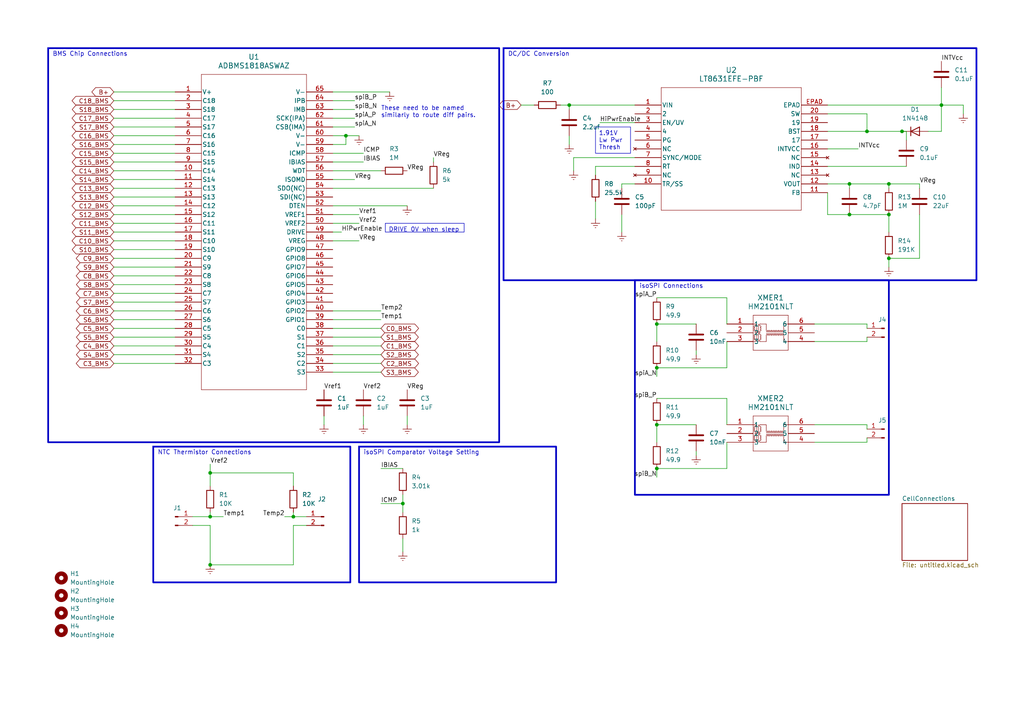
<source format=kicad_sch>
(kicad_sch (version 20230121) (generator eeschema)

  (uuid 2178ec40-f1be-4ad5-92ab-1e3d552884d9)

  (paper "A4")

  (lib_symbols
    (symbol "2023-12-04_14-21-45:ADBMS1818ASWAZ" (pin_names (offset 0.254)) (in_bom yes) (on_board yes)
      (property "Reference" "U" (at 22.86 10.16 0)
        (effects (font (size 1.524 1.524)))
      )
      (property "Value" "ADBMS1818ASWAZ" (at 22.86 7.62 0)
        (effects (font (size 1.524 1.524)))
      )
      (property "Footprint" "SW-64-2_ADI" (at 0 0 0)
        (effects (font (size 1.27 1.27) italic) hide)
      )
      (property "Datasheet" "ADBMS1818ASWAZ" (at 0 0 0)
        (effects (font (size 1.27 1.27) italic) hide)
      )
      (property "ki_locked" "" (at 0 0 0)
        (effects (font (size 1.27 1.27)))
      )
      (property "ki_keywords" "ADBMS1818ASWAZ" (at 0 0 0)
        (effects (font (size 1.27 1.27)) hide)
      )
      (property "ki_fp_filters" "SW-64-2_ADI SW-64-2_ADI-M SW-64-2_ADI-L" (at 0 0 0)
        (effects (font (size 1.27 1.27)) hide)
      )
      (symbol "ADBMS1818ASWAZ_0_1"
        (polyline
          (pts
            (xy 7.62 -86.36)
            (xy 38.1 -86.36)
          )
          (stroke (width 0.127) (type default))
          (fill (type none))
        )
        (polyline
          (pts
            (xy 7.62 5.08)
            (xy 7.62 -86.36)
          )
          (stroke (width 0.127) (type default))
          (fill (type none))
        )
        (polyline
          (pts
            (xy 38.1 -86.36)
            (xy 38.1 5.08)
          )
          (stroke (width 0.127) (type default))
          (fill (type none))
        )
        (polyline
          (pts
            (xy 38.1 5.08)
            (xy 7.62 5.08)
          )
          (stroke (width 0.127) (type default))
          (fill (type none))
        )
        (pin power_in line (at 0 0 0) (length 7.62)
          (name "V+" (effects (font (size 1.27 1.27))))
          (number "1" (effects (font (size 1.27 1.27))))
        )
        (pin input line (at 0 -22.86 0) (length 7.62)
          (name "C14" (effects (font (size 1.27 1.27))))
          (number "10" (effects (font (size 1.27 1.27))))
        )
        (pin bidirectional line (at 0 -25.4 0) (length 7.62)
          (name "S14" (effects (font (size 1.27 1.27))))
          (number "11" (effects (font (size 1.27 1.27))))
        )
        (pin input line (at 0 -27.94 0) (length 7.62)
          (name "C13" (effects (font (size 1.27 1.27))))
          (number "12" (effects (font (size 1.27 1.27))))
        )
        (pin bidirectional line (at 0 -30.48 0) (length 7.62)
          (name "S13" (effects (font (size 1.27 1.27))))
          (number "13" (effects (font (size 1.27 1.27))))
        )
        (pin input line (at 0 -33.02 0) (length 7.62)
          (name "C12" (effects (font (size 1.27 1.27))))
          (number "14" (effects (font (size 1.27 1.27))))
        )
        (pin bidirectional line (at 0 -35.56 0) (length 7.62)
          (name "S12" (effects (font (size 1.27 1.27))))
          (number "15" (effects (font (size 1.27 1.27))))
        )
        (pin input line (at 0 -38.1 0) (length 7.62)
          (name "C11" (effects (font (size 1.27 1.27))))
          (number "16" (effects (font (size 1.27 1.27))))
        )
        (pin bidirectional line (at 0 -40.64 0) (length 7.62)
          (name "S11" (effects (font (size 1.27 1.27))))
          (number "17" (effects (font (size 1.27 1.27))))
        )
        (pin input line (at 0 -43.18 0) (length 7.62)
          (name "C10" (effects (font (size 1.27 1.27))))
          (number "18" (effects (font (size 1.27 1.27))))
        )
        (pin bidirectional line (at 0 -45.72 0) (length 7.62)
          (name "S10" (effects (font (size 1.27 1.27))))
          (number "19" (effects (font (size 1.27 1.27))))
        )
        (pin input line (at 0 -2.54 0) (length 7.62)
          (name "C18" (effects (font (size 1.27 1.27))))
          (number "2" (effects (font (size 1.27 1.27))))
        )
        (pin input line (at 0 -48.26 0) (length 7.62)
          (name "C9" (effects (font (size 1.27 1.27))))
          (number "20" (effects (font (size 1.27 1.27))))
        )
        (pin bidirectional line (at 0 -50.8 0) (length 7.62)
          (name "S9" (effects (font (size 1.27 1.27))))
          (number "21" (effects (font (size 1.27 1.27))))
        )
        (pin input line (at 0 -53.34 0) (length 7.62)
          (name "C8" (effects (font (size 1.27 1.27))))
          (number "22" (effects (font (size 1.27 1.27))))
        )
        (pin bidirectional line (at 0 -55.88 0) (length 7.62)
          (name "S8" (effects (font (size 1.27 1.27))))
          (number "23" (effects (font (size 1.27 1.27))))
        )
        (pin input line (at 0 -58.42 0) (length 7.62)
          (name "C7" (effects (font (size 1.27 1.27))))
          (number "24" (effects (font (size 1.27 1.27))))
        )
        (pin bidirectional line (at 0 -60.96 0) (length 7.62)
          (name "S7" (effects (font (size 1.27 1.27))))
          (number "25" (effects (font (size 1.27 1.27))))
        )
        (pin input line (at 0 -63.5 0) (length 7.62)
          (name "C6" (effects (font (size 1.27 1.27))))
          (number "26" (effects (font (size 1.27 1.27))))
        )
        (pin bidirectional line (at 0 -66.04 0) (length 7.62)
          (name "S6" (effects (font (size 1.27 1.27))))
          (number "27" (effects (font (size 1.27 1.27))))
        )
        (pin input line (at 0 -68.58 0) (length 7.62)
          (name "C5" (effects (font (size 1.27 1.27))))
          (number "28" (effects (font (size 1.27 1.27))))
        )
        (pin bidirectional line (at 0 -71.12 0) (length 7.62)
          (name "S5" (effects (font (size 1.27 1.27))))
          (number "29" (effects (font (size 1.27 1.27))))
        )
        (pin bidirectional line (at 0 -5.08 0) (length 7.62)
          (name "S18" (effects (font (size 1.27 1.27))))
          (number "3" (effects (font (size 1.27 1.27))))
        )
        (pin input line (at 0 -73.66 0) (length 7.62)
          (name "C4" (effects (font (size 1.27 1.27))))
          (number "30" (effects (font (size 1.27 1.27))))
        )
        (pin bidirectional line (at 0 -76.2 0) (length 7.62)
          (name "S4" (effects (font (size 1.27 1.27))))
          (number "31" (effects (font (size 1.27 1.27))))
        )
        (pin input line (at 0 -78.74 0) (length 7.62)
          (name "C3" (effects (font (size 1.27 1.27))))
          (number "32" (effects (font (size 1.27 1.27))))
        )
        (pin bidirectional line (at 45.72 -81.28 180) (length 7.62)
          (name "S3" (effects (font (size 1.27 1.27))))
          (number "33" (effects (font (size 1.27 1.27))))
        )
        (pin input line (at 45.72 -78.74 180) (length 7.62)
          (name "C2" (effects (font (size 1.27 1.27))))
          (number "34" (effects (font (size 1.27 1.27))))
        )
        (pin bidirectional line (at 45.72 -76.2 180) (length 7.62)
          (name "S2" (effects (font (size 1.27 1.27))))
          (number "35" (effects (font (size 1.27 1.27))))
        )
        (pin input line (at 45.72 -73.66 180) (length 7.62)
          (name "C1" (effects (font (size 1.27 1.27))))
          (number "36" (effects (font (size 1.27 1.27))))
        )
        (pin bidirectional line (at 45.72 -71.12 180) (length 7.62)
          (name "S1" (effects (font (size 1.27 1.27))))
          (number "37" (effects (font (size 1.27 1.27))))
        )
        (pin input line (at 45.72 -68.58 180) (length 7.62)
          (name "C0" (effects (font (size 1.27 1.27))))
          (number "38" (effects (font (size 1.27 1.27))))
        )
        (pin bidirectional line (at 45.72 -66.04 180) (length 7.62)
          (name "GPIO1" (effects (font (size 1.27 1.27))))
          (number "39" (effects (font (size 1.27 1.27))))
        )
        (pin input line (at 0 -7.62 0) (length 7.62)
          (name "C17" (effects (font (size 1.27 1.27))))
          (number "4" (effects (font (size 1.27 1.27))))
        )
        (pin bidirectional line (at 45.72 -63.5 180) (length 7.62)
          (name "GPIO2" (effects (font (size 1.27 1.27))))
          (number "40" (effects (font (size 1.27 1.27))))
        )
        (pin bidirectional line (at 45.72 -60.96 180) (length 7.62)
          (name "GPIO3" (effects (font (size 1.27 1.27))))
          (number "41" (effects (font (size 1.27 1.27))))
        )
        (pin bidirectional line (at 45.72 -58.42 180) (length 7.62)
          (name "GPIO4" (effects (font (size 1.27 1.27))))
          (number "42" (effects (font (size 1.27 1.27))))
        )
        (pin bidirectional line (at 45.72 -55.88 180) (length 7.62)
          (name "GPIO5" (effects (font (size 1.27 1.27))))
          (number "43" (effects (font (size 1.27 1.27))))
        )
        (pin bidirectional line (at 45.72 -53.34 180) (length 7.62)
          (name "GPIO6" (effects (font (size 1.27 1.27))))
          (number "44" (effects (font (size 1.27 1.27))))
        )
        (pin bidirectional line (at 45.72 -50.8 180) (length 7.62)
          (name "GPIO7" (effects (font (size 1.27 1.27))))
          (number "45" (effects (font (size 1.27 1.27))))
        )
        (pin bidirectional line (at 45.72 -48.26 180) (length 7.62)
          (name "GPIO8" (effects (font (size 1.27 1.27))))
          (number "46" (effects (font (size 1.27 1.27))))
        )
        (pin bidirectional line (at 45.72 -45.72 180) (length 7.62)
          (name "GPIO9" (effects (font (size 1.27 1.27))))
          (number "47" (effects (font (size 1.27 1.27))))
        )
        (pin power_in line (at 45.72 -43.18 180) (length 7.62)
          (name "VREG" (effects (font (size 1.27 1.27))))
          (number "48" (effects (font (size 1.27 1.27))))
        )
        (pin power_in line (at 45.72 -40.64 180) (length 7.62)
          (name "DRIVE" (effects (font (size 1.27 1.27))))
          (number "49" (effects (font (size 1.27 1.27))))
        )
        (pin bidirectional line (at 0 -10.16 0) (length 7.62)
          (name "S17" (effects (font (size 1.27 1.27))))
          (number "5" (effects (font (size 1.27 1.27))))
        )
        (pin power_in line (at 45.72 -38.1 180) (length 7.62)
          (name "VREF2" (effects (font (size 1.27 1.27))))
          (number "50" (effects (font (size 1.27 1.27))))
        )
        (pin power_in line (at 45.72 -35.56 180) (length 7.62)
          (name "VREF1" (effects (font (size 1.27 1.27))))
          (number "51" (effects (font (size 1.27 1.27))))
        )
        (pin input line (at 45.72 -33.02 180) (length 7.62)
          (name "DTEN" (effects (font (size 1.27 1.27))))
          (number "52" (effects (font (size 1.27 1.27))))
        )
        (pin unspecified line (at 45.72 -30.48 180) (length 7.62)
          (name "SDI(NC)" (effects (font (size 1.27 1.27))))
          (number "53" (effects (font (size 1.27 1.27))))
        )
        (pin unspecified line (at 45.72 -27.94 180) (length 7.62)
          (name "SDO(NC)" (effects (font (size 1.27 1.27))))
          (number "54" (effects (font (size 1.27 1.27))))
        )
        (pin unspecified line (at 45.72 -25.4 180) (length 7.62)
          (name "ISOMD" (effects (font (size 1.27 1.27))))
          (number "55" (effects (font (size 1.27 1.27))))
        )
        (pin output line (at 45.72 -22.86 180) (length 7.62)
          (name "WDT" (effects (font (size 1.27 1.27))))
          (number "56" (effects (font (size 1.27 1.27))))
        )
        (pin unspecified line (at 45.72 -20.32 180) (length 7.62)
          (name "IBIAS" (effects (font (size 1.27 1.27))))
          (number "57" (effects (font (size 1.27 1.27))))
        )
        (pin unspecified line (at 45.72 -17.78 180) (length 7.62)
          (name "ICMP" (effects (font (size 1.27 1.27))))
          (number "58" (effects (font (size 1.27 1.27))))
        )
        (pin power_in line (at 45.72 -15.24 180) (length 7.62)
          (name "V-" (effects (font (size 1.27 1.27))))
          (number "59" (effects (font (size 1.27 1.27))))
        )
        (pin input line (at 0 -12.7 0) (length 7.62)
          (name "C16" (effects (font (size 1.27 1.27))))
          (number "6" (effects (font (size 1.27 1.27))))
        )
        (pin power_in line (at 45.72 -12.7 180) (length 7.62)
          (name "V-" (effects (font (size 1.27 1.27))))
          (number "60" (effects (font (size 1.27 1.27))))
        )
        (pin unspecified line (at 45.72 -10.16 180) (length 7.62)
          (name "CSB(IMA)" (effects (font (size 1.27 1.27))))
          (number "61" (effects (font (size 1.27 1.27))))
        )
        (pin unspecified line (at 45.72 -7.62 180) (length 7.62)
          (name "SCK(IPA)" (effects (font (size 1.27 1.27))))
          (number "62" (effects (font (size 1.27 1.27))))
        )
        (pin unspecified line (at 45.72 -5.08 180) (length 7.62)
          (name "IMB" (effects (font (size 1.27 1.27))))
          (number "63" (effects (font (size 1.27 1.27))))
        )
        (pin unspecified line (at 45.72 -2.54 180) (length 7.62)
          (name "IPB" (effects (font (size 1.27 1.27))))
          (number "64" (effects (font (size 1.27 1.27))))
        )
        (pin power_in line (at 45.72 0 180) (length 7.62)
          (name "V-" (effects (font (size 1.27 1.27))))
          (number "65" (effects (font (size 1.27 1.27))))
        )
        (pin bidirectional line (at 0 -15.24 0) (length 7.62)
          (name "S16" (effects (font (size 1.27 1.27))))
          (number "7" (effects (font (size 1.27 1.27))))
        )
        (pin input line (at 0 -17.78 0) (length 7.62)
          (name "C15" (effects (font (size 1.27 1.27))))
          (number "8" (effects (font (size 1.27 1.27))))
        )
        (pin bidirectional line (at 0 -20.32 0) (length 7.62)
          (name "S15" (effects (font (size 1.27 1.27))))
          (number "9" (effects (font (size 1.27 1.27))))
        )
      )
    )
    (symbol "2023-12-04_14-24-12:LT8631EFE-PBF" (pin_names (offset 0.254)) (in_bom yes) (on_board yes)
      (property "Reference" "U" (at 27.94 10.16 0)
        (effects (font (size 1.524 1.524)))
      )
      (property "Value" "LT8631EFE-PBF" (at 27.94 7.62 0)
        (effects (font (size 1.524 1.524)))
      )
      (property "Footprint" "TSSOP-20_FE/CB_LIT" (at 0 0 0)
        (effects (font (size 1.27 1.27) italic) hide)
      )
      (property "Datasheet" "LT8631EFE-PBF" (at 0 0 0)
        (effects (font (size 1.27 1.27) italic) hide)
      )
      (property "ki_locked" "" (at 0 0 0)
        (effects (font (size 1.27 1.27)))
      )
      (property "ki_keywords" "LT8631EFE#PBF" (at 0 0 0)
        (effects (font (size 1.27 1.27)) hide)
      )
      (property "ki_fp_filters" "TSSOP-20_FE/CB_LIT TSSOP-20_FE/CB_LIT-M TSSOP-20_FE/CB_LIT-L" (at 0 0 0)
        (effects (font (size 1.27 1.27)) hide)
      )
      (symbol "LT8631EFE-PBF_0_1"
        (polyline
          (pts
            (xy 7.62 -30.48)
            (xy 48.26 -30.48)
          )
          (stroke (width 0.127) (type default))
          (fill (type none))
        )
        (polyline
          (pts
            (xy 7.62 5.08)
            (xy 7.62 -30.48)
          )
          (stroke (width 0.127) (type default))
          (fill (type none))
        )
        (polyline
          (pts
            (xy 48.26 -30.48)
            (xy 48.26 5.08)
          )
          (stroke (width 0.127) (type default))
          (fill (type none))
        )
        (polyline
          (pts
            (xy 48.26 5.08)
            (xy 7.62 5.08)
          )
          (stroke (width 0.127) (type default))
          (fill (type none))
        )
        (pin unspecified line (at 0 0 0) (length 7.62)
          (name "VIN" (effects (font (size 1.27 1.27))))
          (number "1" (effects (font (size 1.27 1.27))))
        )
        (pin unspecified line (at 0 -22.86 0) (length 7.62)
          (name "TR/SS" (effects (font (size 1.27 1.27))))
          (number "10" (effects (font (size 1.27 1.27))))
        )
        (pin input line (at 55.88 -25.4 180) (length 7.62)
          (name "FB" (effects (font (size 1.27 1.27))))
          (number "11" (effects (font (size 1.27 1.27))))
        )
        (pin output line (at 55.88 -22.86 180) (length 7.62)
          (name "VOUT" (effects (font (size 1.27 1.27))))
          (number "12" (effects (font (size 1.27 1.27))))
        )
        (pin no_connect line (at 55.88 -20.32 180) (length 7.62)
          (name "NC" (effects (font (size 1.27 1.27))))
          (number "13" (effects (font (size 1.27 1.27))))
        )
        (pin input line (at 55.88 -17.78 180) (length 7.62)
          (name "IND" (effects (font (size 1.27 1.27))))
          (number "14" (effects (font (size 1.27 1.27))))
        )
        (pin no_connect line (at 55.88 -15.24 180) (length 7.62)
          (name "NC" (effects (font (size 1.27 1.27))))
          (number "15" (effects (font (size 1.27 1.27))))
        )
        (pin unspecified line (at 55.88 -12.7 180) (length 7.62)
          (name "INTVCC" (effects (font (size 1.27 1.27))))
          (number "16" (effects (font (size 1.27 1.27))))
        )
        (pin unspecified line (at 55.88 -10.16 180) (length 7.62)
          (name "17" (effects (font (size 1.27 1.27))))
          (number "17" (effects (font (size 1.27 1.27))))
        )
        (pin unspecified line (at 55.88 -7.62 180) (length 7.62)
          (name "BST" (effects (font (size 1.27 1.27))))
          (number "18" (effects (font (size 1.27 1.27))))
        )
        (pin unspecified line (at 55.88 -5.08 180) (length 7.62)
          (name "19" (effects (font (size 1.27 1.27))))
          (number "19" (effects (font (size 1.27 1.27))))
        )
        (pin unspecified line (at 0 -2.54 0) (length 7.62)
          (name "2" (effects (font (size 1.27 1.27))))
          (number "2" (effects (font (size 1.27 1.27))))
        )
        (pin output line (at 55.88 -2.54 180) (length 7.62)
          (name "SW" (effects (font (size 1.27 1.27))))
          (number "20" (effects (font (size 1.27 1.27))))
        )
        (pin unspecified line (at 0 -5.08 0) (length 7.62)
          (name "EN/UV" (effects (font (size 1.27 1.27))))
          (number "3" (effects (font (size 1.27 1.27))))
        )
        (pin unspecified line (at 0 -7.62 0) (length 7.62)
          (name "4" (effects (font (size 1.27 1.27))))
          (number "4" (effects (font (size 1.27 1.27))))
        )
        (pin output line (at 0 -10.16 0) (length 7.62)
          (name "PG" (effects (font (size 1.27 1.27))))
          (number "5" (effects (font (size 1.27 1.27))))
        )
        (pin no_connect line (at 0 -12.7 0) (length 7.62)
          (name "NC" (effects (font (size 1.27 1.27))))
          (number "6" (effects (font (size 1.27 1.27))))
        )
        (pin unspecified line (at 0 -15.24 0) (length 7.62)
          (name "SYNC/MODE" (effects (font (size 1.27 1.27))))
          (number "7" (effects (font (size 1.27 1.27))))
        )
        (pin unspecified line (at 0 -17.78 0) (length 7.62)
          (name "RT" (effects (font (size 1.27 1.27))))
          (number "8" (effects (font (size 1.27 1.27))))
        )
        (pin no_connect line (at 0 -20.32 0) (length 7.62)
          (name "NC" (effects (font (size 1.27 1.27))))
          (number "9" (effects (font (size 1.27 1.27))))
        )
        (pin unspecified line (at 55.88 0 180) (length 7.62)
          (name "EPAD" (effects (font (size 1.27 1.27))))
          (number "EPAD" (effects (font (size 1.27 1.27))))
        )
      )
    )
    (symbol "2023-12-05_19-52-57:HM2101NLT" (pin_names (offset 0.254)) (in_bom yes) (on_board yes)
      (property "Reference" "XMER" (at 12.7 7.62 0)
        (effects (font (size 1.524 1.524)))
      )
      (property "Value" "HM2101NLT" (at 12.7 5.08 0)
        (effects (font (size 1.524 1.524)))
      )
      (property "Footprint" "HM2101NLT_PUL" (at 0 0 0)
        (effects (font (size 1.27 1.27) italic) hide)
      )
      (property "Datasheet" "HM2101NLT" (at 0 0 0)
        (effects (font (size 1.27 1.27) italic) hide)
      )
      (property "ki_locked" "" (at 0 0 0)
        (effects (font (size 1.27 1.27)))
      )
      (property "ki_keywords" "HM2101NLT" (at 0 0 0)
        (effects (font (size 1.27 1.27)) hide)
      )
      (property "ki_fp_filters" "HM2101NLT_PUL HM2101NLT_PUL-M HM2101NLT_PUL-L" (at 0 0 0)
        (effects (font (size 1.27 1.27)) hide)
      )
      (symbol "HM2101NLT_0_1"
        (polyline
          (pts
            (xy 7.62 -7.62)
            (xy 17.78 -7.62)
          )
          (stroke (width 0.127) (type default))
          (fill (type none))
        )
        (polyline
          (pts
            (xy 7.62 -5.08)
            (xy 8.128 -5.08)
          )
          (stroke (width 0.127) (type default))
          (fill (type none))
        )
        (polyline
          (pts
            (xy 7.62 0)
            (xy 8.128 0)
          )
          (stroke (width 0.127) (type default))
          (fill (type none))
        )
        (polyline
          (pts
            (xy 7.62 2.54)
            (xy 7.62 -7.62)
          )
          (stroke (width 0.127) (type default))
          (fill (type none))
        )
        (polyline
          (pts
            (xy 8.636 -5.08)
            (xy 8.636 -2.54)
          )
          (stroke (width 0.127) (type default))
          (fill (type none))
        )
        (polyline
          (pts
            (xy 8.636 -2.54)
            (xy 8.636 0)
          )
          (stroke (width 0.127) (type default))
          (fill (type none))
        )
        (polyline
          (pts
            (xy 9.144 -2.54)
            (xy 9.144 -5.08)
          )
          (stroke (width 0.127) (type default))
          (fill (type none))
        )
        (polyline
          (pts
            (xy 9.144 0)
            (xy 9.144 -2.54)
          )
          (stroke (width 0.127) (type default))
          (fill (type none))
        )
        (polyline
          (pts
            (xy 9.652 -5.08)
            (xy 11.43 -5.08)
          )
          (stroke (width 0.127) (type default))
          (fill (type none))
        )
        (polyline
          (pts
            (xy 9.652 0)
            (xy 11.43 0)
          )
          (stroke (width 0.127) (type default))
          (fill (type none))
        )
        (polyline
          (pts
            (xy 11.43 -3.302)
            (xy 11.43 -5.08)
          )
          (stroke (width 0.127) (type default))
          (fill (type none))
        )
        (polyline
          (pts
            (xy 11.43 -2.286)
            (xy 13.97 -2.286)
          )
          (stroke (width 0.127) (type default))
          (fill (type none))
        )
        (polyline
          (pts
            (xy 11.43 0)
            (xy 11.43 -1.778)
          )
          (stroke (width 0.127) (type default))
          (fill (type none))
        )
        (polyline
          (pts
            (xy 13.97 -2.794)
            (xy 11.43 -2.794)
          )
          (stroke (width 0.127) (type default))
          (fill (type none))
        )
        (polyline
          (pts
            (xy 13.97 -2.286)
            (xy 16.51 -2.286)
          )
          (stroke (width 0.127) (type default))
          (fill (type none))
        )
        (polyline
          (pts
            (xy 16.51 -3.302)
            (xy 16.51 -5.08)
          )
          (stroke (width 0.127) (type default))
          (fill (type none))
        )
        (polyline
          (pts
            (xy 16.51 -2.794)
            (xy 13.97 -2.794)
          )
          (stroke (width 0.127) (type default))
          (fill (type none))
        )
        (polyline
          (pts
            (xy 16.51 -1.778)
            (xy 16.51 0)
          )
          (stroke (width 0.127) (type default))
          (fill (type none))
        )
        (polyline
          (pts
            (xy 16.51 0)
            (xy 17.78 0)
          )
          (stroke (width 0.127) (type default))
          (fill (type none))
        )
        (polyline
          (pts
            (xy 17.78 -7.62)
            (xy 17.78 2.54)
          )
          (stroke (width 0.127) (type default))
          (fill (type none))
        )
        (polyline
          (pts
            (xy 17.78 -5.08)
            (xy 16.51 -5.08)
          )
          (stroke (width 0.127) (type default))
          (fill (type none))
        )
        (polyline
          (pts
            (xy 17.78 2.54)
            (xy 7.62 2.54)
          )
          (stroke (width 0.127) (type default))
          (fill (type none))
        )
        (arc (start 8.128 -5.08) (mid 8.3809 -4.826) (end 8.128 -4.572)
          (stroke (width 0.127) (type default))
          (fill (type none))
        )
        (arc (start 8.128 -4.064) (mid 7.876 -4.318) (end 8.128 -4.572)
          (stroke (width 0.127) (type default))
          (fill (type none))
        )
        (arc (start 8.128 -3.556) (mid 7.876 -3.81) (end 8.128 -4.064)
          (stroke (width 0.127) (type default))
          (fill (type none))
        )
        (arc (start 8.128 -3.048) (mid 7.876 -3.302) (end 8.128 -3.556)
          (stroke (width 0.127) (type default))
          (fill (type none))
        )
        (arc (start 8.128 -3.048) (mid 8.3809 -2.794) (end 8.128 -2.54)
          (stroke (width 0.127) (type default))
          (fill (type none))
        )
        (arc (start 8.128 -2.54) (mid 8.3809 -2.286) (end 8.128 -2.032)
          (stroke (width 0.127) (type default))
          (fill (type none))
        )
        (arc (start 8.128 -1.524) (mid 7.876 -1.778) (end 8.128 -2.032)
          (stroke (width 0.127) (type default))
          (fill (type none))
        )
        (arc (start 8.128 -1.016) (mid 7.876 -1.27) (end 8.128 -1.524)
          (stroke (width 0.127) (type default))
          (fill (type none))
        )
        (arc (start 8.128 -0.508) (mid 7.876 -0.762) (end 8.128 -1.016)
          (stroke (width 0.127) (type default))
          (fill (type none))
        )
        (arc (start 8.128 -0.508) (mid 8.3809 -0.254) (end 8.128 0)
          (stroke (width 0.127) (type default))
          (fill (type none))
        )
        (arc (start 9.652 -4.572) (mid 9.3991 -4.826) (end 9.652 -5.08)
          (stroke (width 0.127) (type default))
          (fill (type none))
        )
        (arc (start 9.652 -4.572) (mid 9.904 -4.318) (end 9.652 -4.064)
          (stroke (width 0.127) (type default))
          (fill (type none))
        )
        (arc (start 9.652 -4.064) (mid 9.904 -3.81) (end 9.652 -3.556)
          (stroke (width 0.127) (type default))
          (fill (type none))
        )
        (arc (start 9.652 -3.556) (mid 9.904 -3.302) (end 9.652 -3.048)
          (stroke (width 0.127) (type default))
          (fill (type none))
        )
        (arc (start 9.652 -2.54) (mid 9.3991 -2.794) (end 9.652 -3.048)
          (stroke (width 0.127) (type default))
          (fill (type none))
        )
        (arc (start 9.652 -2.032) (mid 9.3991 -2.286) (end 9.652 -2.54)
          (stroke (width 0.127) (type default))
          (fill (type none))
        )
        (arc (start 9.652 -2.032) (mid 9.904 -1.778) (end 9.652 -1.524)
          (stroke (width 0.127) (type default))
          (fill (type none))
        )
        (arc (start 9.652 -1.524) (mid 9.904 -1.27) (end 9.652 -1.016)
          (stroke (width 0.127) (type default))
          (fill (type none))
        )
        (arc (start 9.652 -1.016) (mid 9.904 -0.762) (end 9.652 -0.508)
          (stroke (width 0.127) (type default))
          (fill (type none))
        )
        (arc (start 9.652 0) (mid 9.3991 -0.254) (end 9.652 -0.508)
          (stroke (width 0.127) (type default))
          (fill (type none))
        )
        (arc (start 11.43 -1.778) (mid 11.684 -2.0309) (end 11.938 -1.778)
          (stroke (width 0.127) (type default))
          (fill (type none))
        )
        (arc (start 11.938 -3.302) (mid 11.684 -3.0491) (end 11.43 -3.302)
          (stroke (width 0.127) (type default))
          (fill (type none))
        )
        (arc (start 11.938 -1.778) (mid 12.192 -2.0309) (end 12.446 -1.778)
          (stroke (width 0.127) (type default))
          (fill (type none))
        )
        (arc (start 12.446 -3.302) (mid 12.192 -3.0491) (end 11.938 -3.302)
          (stroke (width 0.127) (type default))
          (fill (type none))
        )
        (arc (start 12.446 -1.778) (mid 12.7 -2.0309) (end 12.954 -1.778)
          (stroke (width 0.127) (type default))
          (fill (type none))
        )
        (arc (start 12.954 -3.302) (mid 12.7 -3.0491) (end 12.446 -3.302)
          (stroke (width 0.127) (type default))
          (fill (type none))
        )
        (arc (start 12.954 -1.778) (mid 13.208 -2.0309) (end 13.462 -1.778)
          (stroke (width 0.127) (type default))
          (fill (type none))
        )
        (arc (start 13.462 -3.302) (mid 13.208 -3.0491) (end 12.954 -3.302)
          (stroke (width 0.127) (type default))
          (fill (type none))
        )
        (arc (start 13.462 -1.778) (mid 13.716 -2.0309) (end 13.97 -1.778)
          (stroke (width 0.127) (type default))
          (fill (type none))
        )
        (arc (start 13.97 -3.302) (mid 13.716 -3.0491) (end 13.462 -3.302)
          (stroke (width 0.127) (type default))
          (fill (type none))
        )
        (arc (start 13.97 -1.778) (mid 14.224 -2.0309) (end 14.478 -1.778)
          (stroke (width 0.127) (type default))
          (fill (type none))
        )
        (arc (start 14.478 -3.302) (mid 14.224 -3.0491) (end 13.97 -3.302)
          (stroke (width 0.127) (type default))
          (fill (type none))
        )
        (arc (start 14.478 -1.778) (mid 14.732 -2.0309) (end 14.986 -1.778)
          (stroke (width 0.127) (type default))
          (fill (type none))
        )
        (arc (start 14.986 -3.302) (mid 14.732 -3.0491) (end 14.478 -3.302)
          (stroke (width 0.127) (type default))
          (fill (type none))
        )
        (arc (start 14.986 -1.778) (mid 15.24 -2.0309) (end 15.494 -1.778)
          (stroke (width 0.127) (type default))
          (fill (type none))
        )
        (arc (start 15.494 -3.302) (mid 15.24 -3.0491) (end 14.986 -3.302)
          (stroke (width 0.127) (type default))
          (fill (type none))
        )
        (arc (start 15.494 -1.778) (mid 15.748 -2.0309) (end 16.002 -1.778)
          (stroke (width 0.127) (type default))
          (fill (type none))
        )
        (arc (start 16.002 -3.302) (mid 15.748 -3.0491) (end 15.494 -3.302)
          (stroke (width 0.127) (type default))
          (fill (type none))
        )
        (arc (start 16.002 -1.778) (mid 16.256 -2.0309) (end 16.51 -1.778)
          (stroke (width 0.127) (type default))
          (fill (type none))
        )
        (arc (start 16.51 -3.302) (mid 16.256 -3.0491) (end 16.002 -3.302)
          (stroke (width 0.127) (type default))
          (fill (type none))
        )
        (pin unspecified line (at 0 0 0) (length 7.62)
          (name "1" (effects (font (size 1.27 1.27))))
          (number "1" (effects (font (size 1.27 1.27))))
        )
        (pin unspecified line (at 0 -2.54 0) (length 7.62)
          (name "2" (effects (font (size 1.27 1.27))))
          (number "2" (effects (font (size 1.27 1.27))))
        )
        (pin unspecified line (at 0 -5.08 0) (length 7.62)
          (name "3" (effects (font (size 1.27 1.27))))
          (number "3" (effects (font (size 1.27 1.27))))
        )
        (pin unspecified line (at 25.4 -5.08 180) (length 7.62)
          (name "4" (effects (font (size 1.27 1.27))))
          (number "4" (effects (font (size 1.27 1.27))))
        )
        (pin unspecified line (at 25.4 -2.54 180) (length 7.62)
          (name "5" (effects (font (size 1.27 1.27))))
          (number "5" (effects (font (size 1.27 1.27))))
        )
        (pin unspecified line (at 25.4 0 180) (length 7.62)
          (name "6" (effects (font (size 1.27 1.27))))
          (number "6" (effects (font (size 1.27 1.27))))
        )
      )
    )
    (symbol "Connector:Conn_01x02_Pin" (pin_names (offset 1.016) hide) (in_bom yes) (on_board yes)
      (property "Reference" "J" (at 0 2.54 0)
        (effects (font (size 1.27 1.27)))
      )
      (property "Value" "Conn_01x02_Pin" (at 0 -5.08 0)
        (effects (font (size 1.27 1.27)))
      )
      (property "Footprint" "" (at 0 0 0)
        (effects (font (size 1.27 1.27)) hide)
      )
      (property "Datasheet" "~" (at 0 0 0)
        (effects (font (size 1.27 1.27)) hide)
      )
      (property "ki_locked" "" (at 0 0 0)
        (effects (font (size 1.27 1.27)))
      )
      (property "ki_keywords" "connector" (at 0 0 0)
        (effects (font (size 1.27 1.27)) hide)
      )
      (property "ki_description" "Generic connector, single row, 01x02, script generated" (at 0 0 0)
        (effects (font (size 1.27 1.27)) hide)
      )
      (property "ki_fp_filters" "Connector*:*_1x??_*" (at 0 0 0)
        (effects (font (size 1.27 1.27)) hide)
      )
      (symbol "Conn_01x02_Pin_1_1"
        (polyline
          (pts
            (xy 1.27 -2.54)
            (xy 0.8636 -2.54)
          )
          (stroke (width 0.1524) (type default))
          (fill (type none))
        )
        (polyline
          (pts
            (xy 1.27 0)
            (xy 0.8636 0)
          )
          (stroke (width 0.1524) (type default))
          (fill (type none))
        )
        (rectangle (start 0.8636 -2.413) (end 0 -2.667)
          (stroke (width 0.1524) (type default))
          (fill (type outline))
        )
        (rectangle (start 0.8636 0.127) (end 0 -0.127)
          (stroke (width 0.1524) (type default))
          (fill (type outline))
        )
        (pin passive line (at 5.08 0 180) (length 3.81)
          (name "Pin_1" (effects (font (size 1.27 1.27))))
          (number "1" (effects (font (size 1.27 1.27))))
        )
        (pin passive line (at 5.08 -2.54 180) (length 3.81)
          (name "Pin_2" (effects (font (size 1.27 1.27))))
          (number "2" (effects (font (size 1.27 1.27))))
        )
      )
    )
    (symbol "Device:C" (pin_numbers hide) (pin_names (offset 0.254)) (in_bom yes) (on_board yes)
      (property "Reference" "C" (at 0.635 2.54 0)
        (effects (font (size 1.27 1.27)) (justify left))
      )
      (property "Value" "C" (at 0.635 -2.54 0)
        (effects (font (size 1.27 1.27)) (justify left))
      )
      (property "Footprint" "" (at 0.9652 -3.81 0)
        (effects (font (size 1.27 1.27)) hide)
      )
      (property "Datasheet" "~" (at 0 0 0)
        (effects (font (size 1.27 1.27)) hide)
      )
      (property "ki_keywords" "cap capacitor" (at 0 0 0)
        (effects (font (size 1.27 1.27)) hide)
      )
      (property "ki_description" "Unpolarized capacitor" (at 0 0 0)
        (effects (font (size 1.27 1.27)) hide)
      )
      (property "ki_fp_filters" "C_*" (at 0 0 0)
        (effects (font (size 1.27 1.27)) hide)
      )
      (symbol "C_0_1"
        (polyline
          (pts
            (xy -2.032 -0.762)
            (xy 2.032 -0.762)
          )
          (stroke (width 0.508) (type default))
          (fill (type none))
        )
        (polyline
          (pts
            (xy -2.032 0.762)
            (xy 2.032 0.762)
          )
          (stroke (width 0.508) (type default))
          (fill (type none))
        )
      )
      (symbol "C_1_1"
        (pin passive line (at 0 3.81 270) (length 2.794)
          (name "~" (effects (font (size 1.27 1.27))))
          (number "1" (effects (font (size 1.27 1.27))))
        )
        (pin passive line (at 0 -3.81 90) (length 2.794)
          (name "~" (effects (font (size 1.27 1.27))))
          (number "2" (effects (font (size 1.27 1.27))))
        )
      )
    )
    (symbol "Device:R" (pin_numbers hide) (pin_names (offset 0)) (in_bom yes) (on_board yes)
      (property "Reference" "R" (at 2.032 0 90)
        (effects (font (size 1.27 1.27)))
      )
      (property "Value" "R" (at 0 0 90)
        (effects (font (size 1.27 1.27)))
      )
      (property "Footprint" "" (at -1.778 0 90)
        (effects (font (size 1.27 1.27)) hide)
      )
      (property "Datasheet" "~" (at 0 0 0)
        (effects (font (size 1.27 1.27)) hide)
      )
      (property "ki_keywords" "R res resistor" (at 0 0 0)
        (effects (font (size 1.27 1.27)) hide)
      )
      (property "ki_description" "Resistor" (at 0 0 0)
        (effects (font (size 1.27 1.27)) hide)
      )
      (property "ki_fp_filters" "R_*" (at 0 0 0)
        (effects (font (size 1.27 1.27)) hide)
      )
      (symbol "R_0_1"
        (rectangle (start -1.016 -2.54) (end 1.016 2.54)
          (stroke (width 0.254) (type default))
          (fill (type none))
        )
      )
      (symbol "R_1_1"
        (pin passive line (at 0 3.81 270) (length 1.27)
          (name "~" (effects (font (size 1.27 1.27))))
          (number "1" (effects (font (size 1.27 1.27))))
        )
        (pin passive line (at 0 -3.81 90) (length 1.27)
          (name "~" (effects (font (size 1.27 1.27))))
          (number "2" (effects (font (size 1.27 1.27))))
        )
      )
    )
    (symbol "Diode:1N4148WS" (pin_numbers hide) (pin_names hide) (in_bom yes) (on_board yes)
      (property "Reference" "D" (at 0 2.54 0)
        (effects (font (size 1.27 1.27)))
      )
      (property "Value" "1N4148WS" (at 0 -2.54 0)
        (effects (font (size 1.27 1.27)))
      )
      (property "Footprint" "Diode_SMD:D_SOD-323" (at 0 -4.445 0)
        (effects (font (size 1.27 1.27)) hide)
      )
      (property "Datasheet" "https://www.vishay.com/docs/85751/1n4148ws.pdf" (at 0 0 0)
        (effects (font (size 1.27 1.27)) hide)
      )
      (property "Sim.Device" "D" (at 0 0 0)
        (effects (font (size 1.27 1.27)) hide)
      )
      (property "Sim.Pins" "1=K 2=A" (at 0 0 0)
        (effects (font (size 1.27 1.27)) hide)
      )
      (property "ki_keywords" "diode" (at 0 0 0)
        (effects (font (size 1.27 1.27)) hide)
      )
      (property "ki_description" "75V 0.15A Fast switching Diode, SOD-323" (at 0 0 0)
        (effects (font (size 1.27 1.27)) hide)
      )
      (property "ki_fp_filters" "D*SOD?323*" (at 0 0 0)
        (effects (font (size 1.27 1.27)) hide)
      )
      (symbol "1N4148WS_0_1"
        (polyline
          (pts
            (xy -1.27 1.27)
            (xy -1.27 -1.27)
          )
          (stroke (width 0.254) (type default))
          (fill (type none))
        )
        (polyline
          (pts
            (xy 1.27 0)
            (xy -1.27 0)
          )
          (stroke (width 0) (type default))
          (fill (type none))
        )
        (polyline
          (pts
            (xy 1.27 1.27)
            (xy 1.27 -1.27)
            (xy -1.27 0)
            (xy 1.27 1.27)
          )
          (stroke (width 0.254) (type default))
          (fill (type none))
        )
      )
      (symbol "1N4148WS_1_1"
        (pin passive line (at -3.81 0 0) (length 2.54)
          (name "K" (effects (font (size 1.27 1.27))))
          (number "1" (effects (font (size 1.27 1.27))))
        )
        (pin passive line (at 3.81 0 180) (length 2.54)
          (name "A" (effects (font (size 1.27 1.27))))
          (number "2" (effects (font (size 1.27 1.27))))
        )
      )
    )
    (symbol "Mechanical:MountingHole" (pin_names (offset 1.016)) (in_bom yes) (on_board yes)
      (property "Reference" "H" (at 0 5.08 0)
        (effects (font (size 1.27 1.27)))
      )
      (property "Value" "MountingHole" (at 0 3.175 0)
        (effects (font (size 1.27 1.27)))
      )
      (property "Footprint" "" (at 0 0 0)
        (effects (font (size 1.27 1.27)) hide)
      )
      (property "Datasheet" "~" (at 0 0 0)
        (effects (font (size 1.27 1.27)) hide)
      )
      (property "ki_keywords" "mounting hole" (at 0 0 0)
        (effects (font (size 1.27 1.27)) hide)
      )
      (property "ki_description" "Mounting Hole without connection" (at 0 0 0)
        (effects (font (size 1.27 1.27)) hide)
      )
      (property "ki_fp_filters" "MountingHole*" (at 0 0 0)
        (effects (font (size 1.27 1.27)) hide)
      )
      (symbol "MountingHole_0_1"
        (circle (center 0 0) (radius 1.27)
          (stroke (width 1.27) (type default))
          (fill (type none))
        )
      )
    )
    (symbol "power:GNDREF" (power) (pin_names (offset 0)) (in_bom yes) (on_board yes)
      (property "Reference" "#PWR" (at 0 -6.35 0)
        (effects (font (size 1.27 1.27)) hide)
      )
      (property "Value" "GNDREF" (at 0 -3.81 0)
        (effects (font (size 1.27 1.27)))
      )
      (property "Footprint" "" (at 0 0 0)
        (effects (font (size 1.27 1.27)) hide)
      )
      (property "Datasheet" "" (at 0 0 0)
        (effects (font (size 1.27 1.27)) hide)
      )
      (property "ki_keywords" "global power" (at 0 0 0)
        (effects (font (size 1.27 1.27)) hide)
      )
      (property "ki_description" "Power symbol creates a global label with name \"GNDREF\" , reference supply ground" (at 0 0 0)
        (effects (font (size 1.27 1.27)) hide)
      )
      (symbol "GNDREF_0_1"
        (polyline
          (pts
            (xy -0.635 -1.905)
            (xy 0.635 -1.905)
          )
          (stroke (width 0) (type default))
          (fill (type none))
        )
        (polyline
          (pts
            (xy -0.127 -2.54)
            (xy 0.127 -2.54)
          )
          (stroke (width 0) (type default))
          (fill (type none))
        )
        (polyline
          (pts
            (xy 0 -1.27)
            (xy 0 0)
          )
          (stroke (width 0) (type default))
          (fill (type none))
        )
        (polyline
          (pts
            (xy 1.27 -1.27)
            (xy -1.27 -1.27)
          )
          (stroke (width 0) (type default))
          (fill (type none))
        )
      )
      (symbol "GNDREF_1_1"
        (pin power_in line (at 0 0 270) (length 0) hide
          (name "GNDREF" (effects (font (size 1.27 1.27))))
          (number "1" (effects (font (size 1.27 1.27))))
        )
      )
    )
  )

  (junction (at 60.96 163.83) (diameter 0) (color 0 0 0 0)
    (uuid 0498d2d8-f3e6-4744-b837-bc718458ef77)
  )
  (junction (at 60.96 149.86) (diameter 0) (color 0 0 0 0)
    (uuid 07d569c9-35e1-4b1c-a7d1-2fdee71df89e)
  )
  (junction (at 190.5 123.19) (diameter 0) (color 0 0 0 0)
    (uuid 113c9b25-5c02-4a16-96fd-dbf1a5bb64dd)
  )
  (junction (at 190.5 93.98) (diameter 0) (color 0 0 0 0)
    (uuid 1597b9be-23c2-4b76-9c42-710f4d9c24c1)
  )
  (junction (at 246.38 53.34) (diameter 0) (color 0 0 0 0)
    (uuid 2241d116-1347-4086-b9b6-ac60ac91b8a9)
  )
  (junction (at 257.81 74.93) (diameter 0) (color 0 0 0 0)
    (uuid 2a34affe-782b-4ec2-9008-8310654e17da)
  )
  (junction (at 251.46 38.1) (diameter 0) (color 0 0 0 0)
    (uuid 2cf9ec56-bcf5-450c-924c-7aa35fcfa235)
  )
  (junction (at 85.09 149.86) (diameter 0) (color 0 0 0 0)
    (uuid 46bf3003-cc3d-4c44-bd1f-e857925a3cae)
  )
  (junction (at 60.96 137.16) (diameter 0) (color 0 0 0 0)
    (uuid 5beb1c1b-ce18-4744-9275-7b4c2bb891b9)
  )
  (junction (at 190.5 135.89) (diameter 0) (color 0 0 0 0)
    (uuid 62c7ab33-18fd-4e8d-86be-35c59b6cd4d0)
  )
  (junction (at 261.62 38.1) (diameter 0) (color 0 0 0 0)
    (uuid 71d6213b-5a87-4e96-90f2-6a807e7fd118)
  )
  (junction (at 100.33 39.37) (diameter 0) (color 0 0 0 0)
    (uuid 86db4ff0-a39b-46aa-ad3e-ab21f80fa03e)
  )
  (junction (at 116.84 146.05) (diameter 0) (color 0 0 0 0)
    (uuid 8c791203-98bd-4bd7-976f-858382c059c5)
  )
  (junction (at 257.81 62.23) (diameter 0) (color 0 0 0 0)
    (uuid 97d8a06a-5960-42ac-a2d5-74e8cb29dced)
  )
  (junction (at 246.38 62.23) (diameter 0) (color 0 0 0 0)
    (uuid 9afee838-3e9f-41af-9042-37aafa04e7e4)
  )
  (junction (at 257.81 53.34) (diameter 0) (color 0 0 0 0)
    (uuid ab4da2a9-8a13-404e-b990-0673bd71f4dc)
  )
  (junction (at 190.5 106.68) (diameter 0) (color 0 0 0 0)
    (uuid c531ed35-3cdc-4da2-aa1c-8cfbce606ba6)
  )
  (junction (at 165.1 30.48) (diameter 0) (color 0 0 0 0)
    (uuid ea54b4e3-5e1d-4a0c-9daa-43a8b19e8976)
  )
  (junction (at 273.05 30.48) (diameter 0) (color 0 0 0 0)
    (uuid f99454e6-c9f0-464b-b9f9-c49517fdbd22)
  )

  (wire (pts (xy 190.5 106.68) (xy 190.5 109.22))
    (stroke (width 0) (type default))
    (uuid 005429b0-ab6c-4d80-9394-443330f09ac8)
  )
  (wire (pts (xy 266.7 53.34) (xy 266.7 54.61))
    (stroke (width 0) (type default))
    (uuid 069d0b1a-285a-42f5-aaf9-e3c70b6f1a3f)
  )
  (wire (pts (xy 96.52 49.53) (xy 110.49 49.53))
    (stroke (width 0) (type default))
    (uuid 09a2bb12-dbd6-4bf6-812f-d41345081497)
  )
  (wire (pts (xy 236.22 93.98) (xy 251.46 93.98))
    (stroke (width 0) (type default))
    (uuid 0abcf54d-93a7-4613-85ba-3d0856700d28)
  )
  (wire (pts (xy 240.03 55.88) (xy 240.03 62.23))
    (stroke (width 0) (type default))
    (uuid 0cf17842-15a8-4e7d-94a1-f4e7c3b6df0a)
  )
  (wire (pts (xy 110.49 135.89) (xy 116.84 135.89))
    (stroke (width 0) (type default))
    (uuid 0e89a2e2-a526-4977-99d1-fc46a3aba7fa)
  )
  (wire (pts (xy 118.11 120.65) (xy 118.11 123.19))
    (stroke (width 0) (type default))
    (uuid 0f5b26f2-ed7a-4510-86bd-499eb79e4853)
  )
  (wire (pts (xy 33.02 82.55) (xy 50.8 82.55))
    (stroke (width 0) (type default))
    (uuid 0fa7e7e8-d3c6-4968-9cc1-6bf15048bd90)
  )
  (wire (pts (xy 96.52 44.45) (xy 105.41 44.45))
    (stroke (width 0) (type default))
    (uuid 102432b6-babb-45b9-8911-50f671212e04)
  )
  (wire (pts (xy 262.89 38.1) (xy 262.89 40.64))
    (stroke (width 0) (type default))
    (uuid 10a8510b-0512-4315-b25f-8bf6a6cc56d3)
  )
  (wire (pts (xy 190.5 123.19) (xy 201.93 123.19))
    (stroke (width 0) (type default))
    (uuid 11baebb7-211c-4084-af81-d8d153f97a37)
  )
  (wire (pts (xy 190.5 86.36) (xy 210.82 86.36))
    (stroke (width 0) (type default))
    (uuid 1488e3c9-9cd8-483f-842a-27f1dd14f4a0)
  )
  (wire (pts (xy 165.1 30.48) (xy 165.1 31.75))
    (stroke (width 0) (type default))
    (uuid 148ff737-27e4-4837-973d-096dc9f18acc)
  )
  (wire (pts (xy 96.52 59.69) (xy 118.11 59.69))
    (stroke (width 0) (type default))
    (uuid 1504a88a-a860-4c73-b1fa-290388a5c3e2)
  )
  (wire (pts (xy 266.7 74.93) (xy 266.7 62.23))
    (stroke (width 0) (type default))
    (uuid 17403f3e-8da2-4502-8b59-0d885477582d)
  )
  (wire (pts (xy 96.52 100.33) (xy 110.49 100.33))
    (stroke (width 0) (type default))
    (uuid 18cec22b-2bf9-4940-a9dc-e12b71ff1027)
  )
  (wire (pts (xy 60.96 163.83) (xy 85.09 163.83))
    (stroke (width 0) (type default))
    (uuid 18deca26-d4b2-4d89-b103-51d6d6fff46e)
  )
  (wire (pts (xy 33.02 64.77) (xy 50.8 64.77))
    (stroke (width 0) (type default))
    (uuid 19d1202e-44bc-4537-ac89-b78a497fbfb1)
  )
  (wire (pts (xy 33.02 31.75) (xy 50.8 31.75))
    (stroke (width 0) (type default))
    (uuid 1c35b162-9c98-4be8-b24a-14fa5db6c971)
  )
  (wire (pts (xy 269.24 38.1) (xy 273.05 38.1))
    (stroke (width 0) (type default))
    (uuid 1cdfffec-b134-4e86-9985-7e920cfea5ef)
  )
  (wire (pts (xy 125.73 45.72) (xy 125.73 46.99))
    (stroke (width 0) (type default))
    (uuid 1e05bb29-7d6a-4035-9e5b-ae99ff60d7ba)
  )
  (wire (pts (xy 96.52 95.25) (xy 110.49 95.25))
    (stroke (width 0) (type default))
    (uuid 1f47f19e-6fe9-45ae-88d8-346b7f1778be)
  )
  (wire (pts (xy 210.82 106.68) (xy 210.82 99.06))
    (stroke (width 0) (type default))
    (uuid 2091b798-9d2b-4e83-ac69-dd691dffc7bd)
  )
  (wire (pts (xy 33.02 80.01) (xy 50.8 80.01))
    (stroke (width 0) (type default))
    (uuid 220c85dd-dd31-4595-af37-2940c3f5c06f)
  )
  (wire (pts (xy 201.93 130.81) (xy 201.93 132.08))
    (stroke (width 0) (type default))
    (uuid 23a68d99-f38e-498b-843a-8baa7dea62e8)
  )
  (wire (pts (xy 273.05 30.48) (xy 279.4 30.48))
    (stroke (width 0) (type default))
    (uuid 28d8d9d2-67b9-4361-933e-a5444873c2ab)
  )
  (wire (pts (xy 100.33 39.37) (xy 100.33 41.91))
    (stroke (width 0) (type default))
    (uuid 299d0041-c60d-4329-842a-c28b35ba7040)
  )
  (wire (pts (xy 33.02 69.85) (xy 50.8 69.85))
    (stroke (width 0) (type default))
    (uuid 2c849be8-da49-4cd0-ad3f-4986d575bcc7)
  )
  (wire (pts (xy 96.52 90.17) (xy 110.49 90.17))
    (stroke (width 0) (type default))
    (uuid 2f2a86a8-db00-4204-8c05-f64117755e99)
  )
  (wire (pts (xy 210.82 86.36) (xy 210.82 93.98))
    (stroke (width 0) (type default))
    (uuid 2f5f2abb-db1b-41c9-b981-b90b773248a8)
  )
  (wire (pts (xy 96.52 62.23) (xy 104.14 62.23))
    (stroke (width 0) (type default))
    (uuid 37ba632b-0f29-4822-bc9e-9a86511b5227)
  )
  (wire (pts (xy 246.38 53.34) (xy 257.81 53.34))
    (stroke (width 0) (type default))
    (uuid 39002ab1-e131-408b-b6a8-56a4f05bdaa6)
  )
  (wire (pts (xy 273.05 25.4) (xy 273.05 30.48))
    (stroke (width 0) (type default))
    (uuid 3bd0e3ba-272a-437a-b5ad-7d45a9d5fa99)
  )
  (wire (pts (xy 96.52 36.83) (xy 102.87 36.83))
    (stroke (width 0) (type default))
    (uuid 3e40fcfd-852a-4d23-8829-a7cf3de5f616)
  )
  (wire (pts (xy 33.02 92.71) (xy 50.8 92.71))
    (stroke (width 0) (type default))
    (uuid 3ee1b1f8-b948-4c4c-a6bd-2e9a8b4f70f9)
  )
  (wire (pts (xy 236.22 99.06) (xy 251.46 99.06))
    (stroke (width 0) (type default))
    (uuid 3f517ab6-605b-4aa0-979a-adaf0c674f62)
  )
  (wire (pts (xy 172.72 58.42) (xy 172.72 63.5))
    (stroke (width 0) (type default))
    (uuid 42a5227a-892e-4c33-b141-927868b5d07a)
  )
  (wire (pts (xy 201.93 101.6) (xy 201.93 102.87))
    (stroke (width 0) (type default))
    (uuid 4317b37d-bb5a-4e7b-8fb3-baa9cd3060b5)
  )
  (wire (pts (xy 33.02 100.33) (xy 50.8 100.33))
    (stroke (width 0) (type default))
    (uuid 4671389a-d952-4ecd-b4c1-785d87b8ef43)
  )
  (wire (pts (xy 162.56 30.48) (xy 165.1 30.48))
    (stroke (width 0) (type default))
    (uuid 46e4674c-a8c0-44d1-b260-0418ba5d1c60)
  )
  (wire (pts (xy 251.46 123.19) (xy 251.46 124.46))
    (stroke (width 0) (type default))
    (uuid 47c4d913-9a00-4270-adf8-036ad740d930)
  )
  (wire (pts (xy 93.98 120.65) (xy 93.98 123.19))
    (stroke (width 0) (type default))
    (uuid 488aa627-0ae2-4490-a4ad-396858839a9d)
  )
  (wire (pts (xy 110.49 146.05) (xy 116.84 146.05))
    (stroke (width 0) (type default))
    (uuid 496a5293-dee9-4746-a7ce-2ba6e1537e46)
  )
  (wire (pts (xy 251.46 38.1) (xy 261.62 38.1))
    (stroke (width 0) (type default))
    (uuid 53472a8b-04eb-4cef-af6a-4dd26cdd87f4)
  )
  (wire (pts (xy 33.02 97.79) (xy 50.8 97.79))
    (stroke (width 0) (type default))
    (uuid 556f967a-73c4-4855-b376-c46554c3066b)
  )
  (wire (pts (xy 190.5 135.89) (xy 190.5 138.43))
    (stroke (width 0) (type default))
    (uuid 58fb20c0-4a2b-40a5-838d-86cdd04226af)
  )
  (wire (pts (xy 116.84 146.05) (xy 116.84 148.59))
    (stroke (width 0) (type default))
    (uuid 5931688c-4473-4479-a48c-6d8199b21abb)
  )
  (wire (pts (xy 190.5 93.98) (xy 201.93 93.98))
    (stroke (width 0) (type default))
    (uuid 59cccafb-ccd3-41d7-a1ca-9de43218b8f1)
  )
  (wire (pts (xy 33.02 46.99) (xy 50.8 46.99))
    (stroke (width 0) (type default))
    (uuid 5a7054f3-b71d-4d29-ad0d-dc4c437ce736)
  )
  (wire (pts (xy 33.02 95.25) (xy 50.8 95.25))
    (stroke (width 0) (type default))
    (uuid 5b733106-30c1-4c84-8649-e93860297d34)
  )
  (wire (pts (xy 105.41 120.65) (xy 105.41 123.19))
    (stroke (width 0) (type default))
    (uuid 5db6939a-2df8-4bba-981e-ca7ebe16ba1e)
  )
  (wire (pts (xy 60.96 137.16) (xy 60.96 140.97))
    (stroke (width 0) (type default))
    (uuid 60122962-a56f-44ba-a40c-ad4651711071)
  )
  (wire (pts (xy 236.22 128.27) (xy 251.46 128.27))
    (stroke (width 0) (type default))
    (uuid 61b4a067-2976-456f-9f34-80e0f7361b15)
  )
  (wire (pts (xy 262.89 48.26) (xy 240.03 48.26))
    (stroke (width 0) (type default))
    (uuid 6675f461-3c52-45c0-b01f-66cc194916f8)
  )
  (wire (pts (xy 190.5 115.57) (xy 210.82 115.57))
    (stroke (width 0) (type default))
    (uuid 68536dd5-c5ca-4351-a51e-2f0da45f8698)
  )
  (wire (pts (xy 240.03 43.18) (xy 248.92 43.18))
    (stroke (width 0) (type default))
    (uuid 6bf20b7b-bcdc-4b41-a786-20e312fea842)
  )
  (wire (pts (xy 96.52 92.71) (xy 110.49 92.71))
    (stroke (width 0) (type default))
    (uuid 6d01a89c-c0d9-4a95-8f1d-a306a47d3728)
  )
  (wire (pts (xy 180.34 54.61) (xy 180.34 53.34))
    (stroke (width 0) (type default))
    (uuid 6d24aa05-8bae-4dff-a240-a08aa1b1de3c)
  )
  (wire (pts (xy 96.52 26.67) (xy 113.03 26.67))
    (stroke (width 0) (type default))
    (uuid 6ec8fb0c-03b1-45d3-8e6d-2c845e06b4c9)
  )
  (wire (pts (xy 165.1 30.48) (xy 184.15 30.48))
    (stroke (width 0) (type default))
    (uuid 6f9000d7-9bde-42ec-ae5d-0aedbf7dbc00)
  )
  (wire (pts (xy 210.82 135.89) (xy 210.82 128.27))
    (stroke (width 0) (type default))
    (uuid 6fb9a8ac-c024-47d2-85c8-71571a4be0d7)
  )
  (wire (pts (xy 33.02 77.47) (xy 50.8 77.47))
    (stroke (width 0) (type default))
    (uuid 708d7c24-b99a-4073-bafa-9bd187ae68bf)
  )
  (wire (pts (xy 96.52 97.79) (xy 110.49 97.79))
    (stroke (width 0) (type default))
    (uuid 725d844d-4ff2-4fa2-9f02-25e8512fbdbc)
  )
  (wire (pts (xy 180.34 53.34) (xy 184.15 53.34))
    (stroke (width 0) (type default))
    (uuid 757b0d3c-fe81-4a52-912c-bca9b3c1cb14)
  )
  (wire (pts (xy 64.77 149.86) (xy 60.96 149.86))
    (stroke (width 0) (type default))
    (uuid 774275a0-e436-4928-aea4-972cb8fdbade)
  )
  (wire (pts (xy 33.02 29.21) (xy 50.8 29.21))
    (stroke (width 0) (type default))
    (uuid 77f9c16e-6f87-4a78-9fc8-0825ef7f59bc)
  )
  (wire (pts (xy 279.4 30.48) (xy 279.4 33.02))
    (stroke (width 0) (type default))
    (uuid 7854af0b-2b99-48ac-aca5-19433a338cdd)
  )
  (wire (pts (xy 96.52 64.77) (xy 104.14 64.77))
    (stroke (width 0) (type default))
    (uuid 79f2f7eb-91f4-42a0-8940-fac791dc4ee2)
  )
  (wire (pts (xy 96.52 31.75) (xy 102.87 31.75))
    (stroke (width 0) (type default))
    (uuid 7bb025fa-30e6-4a85-abbd-469eec38c2c0)
  )
  (wire (pts (xy 96.52 69.85) (xy 104.14 69.85))
    (stroke (width 0) (type default))
    (uuid 7c21a9f8-96ce-4f88-a468-ec3e266ed3b6)
  )
  (wire (pts (xy 246.38 53.34) (xy 246.38 54.61))
    (stroke (width 0) (type default))
    (uuid 7c46df0e-98af-4a55-8abd-c7fe28e05d36)
  )
  (wire (pts (xy 190.5 106.68) (xy 210.82 106.68))
    (stroke (width 0) (type default))
    (uuid 7dfe6800-61b7-417b-86cc-2d31d97363e0)
  )
  (wire (pts (xy 96.52 29.21) (xy 102.87 29.21))
    (stroke (width 0) (type default))
    (uuid 7f1b2949-9ce4-4594-992a-bf1544d69cb2)
  )
  (wire (pts (xy 33.02 41.91) (xy 50.8 41.91))
    (stroke (width 0) (type default))
    (uuid 7fbce5bc-ddca-456f-bb68-1198fb14d7fe)
  )
  (wire (pts (xy 96.52 107.95) (xy 110.49 107.95))
    (stroke (width 0) (type default))
    (uuid 813485eb-02fd-4e0f-96b7-84a4727bfb6c)
  )
  (wire (pts (xy 190.5 123.19) (xy 190.5 128.27))
    (stroke (width 0) (type default))
    (uuid 83b77083-68cd-48c5-ab72-140215782e8f)
  )
  (wire (pts (xy 85.09 149.86) (xy 85.09 148.59))
    (stroke (width 0) (type default))
    (uuid 8623ad3a-0c87-439d-a223-133e8e51c49b)
  )
  (wire (pts (xy 240.03 38.1) (xy 251.46 38.1))
    (stroke (width 0) (type default))
    (uuid 87170483-c025-4f71-8083-f48901fddd8d)
  )
  (wire (pts (xy 262.89 38.1) (xy 261.62 38.1))
    (stroke (width 0) (type default))
    (uuid 8945d2e2-e83d-4136-8c18-0ae100e54c19)
  )
  (wire (pts (xy 257.81 74.93) (xy 257.81 77.47))
    (stroke (width 0) (type default))
    (uuid 8a50f298-b8e9-409b-b4b4-be4f5756440a)
  )
  (wire (pts (xy 33.02 62.23) (xy 50.8 62.23))
    (stroke (width 0) (type default))
    (uuid 8de7e902-e774-4b77-a067-67ba1db8b413)
  )
  (wire (pts (xy 33.02 49.53) (xy 50.8 49.53))
    (stroke (width 0) (type default))
    (uuid 8e3169a1-1b7b-4863-b3c0-ebbc664b99df)
  )
  (wire (pts (xy 240.03 30.48) (xy 273.05 30.48))
    (stroke (width 0) (type default))
    (uuid 8e835e62-4a6f-4ab8-a7f3-c7257c3381f2)
  )
  (wire (pts (xy 116.84 156.21) (xy 116.84 160.02))
    (stroke (width 0) (type default))
    (uuid 8e8dc217-271b-45d0-9a10-0dd616af1752)
  )
  (wire (pts (xy 33.02 59.69) (xy 50.8 59.69))
    (stroke (width 0) (type default))
    (uuid 92607686-f94f-4bd3-9565-e40767a9252c)
  )
  (wire (pts (xy 240.03 62.23) (xy 246.38 62.23))
    (stroke (width 0) (type default))
    (uuid 92b8aaee-0022-4fdf-a517-07958e90af56)
  )
  (wire (pts (xy 96.52 54.61) (xy 125.73 54.61))
    (stroke (width 0) (type default))
    (uuid 956e37a0-c903-4334-9c52-bc03a24a56e6)
  )
  (wire (pts (xy 60.96 152.4) (xy 60.96 163.83))
    (stroke (width 0) (type default))
    (uuid 988fbb8d-b801-41fe-8044-caebe5405466)
  )
  (wire (pts (xy 251.46 33.02) (xy 240.03 33.02))
    (stroke (width 0) (type default))
    (uuid 989fb85e-0d34-41aa-8960-0c396bf5c754)
  )
  (wire (pts (xy 96.52 46.99) (xy 105.41 46.99))
    (stroke (width 0) (type default))
    (uuid 98e41ce1-183c-427c-8e2f-6d916b8ff886)
  )
  (wire (pts (xy 96.52 67.31) (xy 99.06 67.31))
    (stroke (width 0) (type default))
    (uuid 98f77bc7-cfa8-427f-99ab-d167dc11877d)
  )
  (wire (pts (xy 33.02 36.83) (xy 50.8 36.83))
    (stroke (width 0) (type default))
    (uuid 9ca162ed-a847-41b0-ad49-be004d41c409)
  )
  (wire (pts (xy 96.52 102.87) (xy 110.49 102.87))
    (stroke (width 0) (type default))
    (uuid 9e912020-bced-4824-97f9-2ea2ee684b31)
  )
  (wire (pts (xy 172.72 48.26) (xy 172.72 50.8))
    (stroke (width 0) (type default))
    (uuid a36d56ea-7bcc-4517-bb43-962e9d7467c1)
  )
  (wire (pts (xy 100.33 39.37) (xy 104.14 39.37))
    (stroke (width 0) (type default))
    (uuid a4ef6531-c5a8-416d-ad30-550f35255e78)
  )
  (wire (pts (xy 257.81 53.34) (xy 266.7 53.34))
    (stroke (width 0) (type default))
    (uuid a613959c-acbd-46f3-8c03-2ebfafaa535e)
  )
  (wire (pts (xy 88.9 149.86) (xy 85.09 149.86))
    (stroke (width 0) (type default))
    (uuid a81243c8-c21e-445c-bd10-f558de669e49)
  )
  (wire (pts (xy 210.82 115.57) (xy 210.82 123.19))
    (stroke (width 0) (type default))
    (uuid a8b5f773-b002-47a6-a029-cd49ae3e55e7)
  )
  (wire (pts (xy 85.09 152.4) (xy 88.9 152.4))
    (stroke (width 0) (type default))
    (uuid af308aed-1871-4800-8fe8-1ed9693cba4f)
  )
  (wire (pts (xy 190.5 93.98) (xy 190.5 99.06))
    (stroke (width 0) (type default))
    (uuid b323b6d6-7271-40e2-83c3-0f4de78a6e76)
  )
  (wire (pts (xy 190.5 135.89) (xy 210.82 135.89))
    (stroke (width 0) (type default))
    (uuid b4365467-1099-42b8-876f-2352c55436db)
  )
  (wire (pts (xy 246.38 62.23) (xy 257.81 62.23))
    (stroke (width 0) (type default))
    (uuid b6cb91ca-7288-413b-8458-615f4dc5ceae)
  )
  (wire (pts (xy 165.1 39.37) (xy 165.1 41.91))
    (stroke (width 0) (type default))
    (uuid b979a41f-091d-4c13-a758-c71ce96d713e)
  )
  (wire (pts (xy 85.09 140.97) (xy 85.09 137.16))
    (stroke (width 0) (type default))
    (uuid b9e74537-375a-4538-8552-c29f22449f12)
  )
  (wire (pts (xy 60.96 134.62) (xy 60.96 137.16))
    (stroke (width 0) (type default))
    (uuid ba85cfa9-5256-4dec-80d2-7b5341655871)
  )
  (wire (pts (xy 251.46 97.79) (xy 251.46 99.06))
    (stroke (width 0) (type default))
    (uuid bc1650f6-6dfb-4389-80ce-55a0ddc7fcd0)
  )
  (wire (pts (xy 33.02 90.17) (xy 50.8 90.17))
    (stroke (width 0) (type default))
    (uuid bcfefbc1-4095-4775-9f92-e727e7507cff)
  )
  (wire (pts (xy 96.52 39.37) (xy 100.33 39.37))
    (stroke (width 0) (type default))
    (uuid c2672cb9-42be-4fd6-b936-e0104d0a64e8)
  )
  (wire (pts (xy 33.02 26.67) (xy 50.8 26.67))
    (stroke (width 0) (type default))
    (uuid c416ba62-bf10-4c3b-8dec-b981db7c4542)
  )
  (wire (pts (xy 33.02 57.15) (xy 50.8 57.15))
    (stroke (width 0) (type default))
    (uuid c738db3d-1f8f-4f93-9948-e53cbf9926ec)
  )
  (wire (pts (xy 33.02 102.87) (xy 50.8 102.87))
    (stroke (width 0) (type default))
    (uuid c7f60d94-944f-4a8f-80b6-5973f8681a0e)
  )
  (wire (pts (xy 184.15 45.72) (xy 166.37 45.72))
    (stroke (width 0) (type default))
    (uuid c9f9d50b-8bcf-4307-888c-a6eaccc8a83a)
  )
  (wire (pts (xy 82.55 149.86) (xy 85.09 149.86))
    (stroke (width 0) (type default))
    (uuid cb0b57ba-ec53-4116-bb64-653de094d672)
  )
  (wire (pts (xy 55.88 152.4) (xy 60.96 152.4))
    (stroke (width 0) (type default))
    (uuid cb477cc7-408f-484f-ae1d-f16491c72ad1)
  )
  (wire (pts (xy 96.52 105.41) (xy 110.49 105.41))
    (stroke (width 0) (type default))
    (uuid cbde6363-75e1-4c3d-bff7-8a2e716fc57c)
  )
  (wire (pts (xy 60.96 149.86) (xy 55.88 149.86))
    (stroke (width 0) (type default))
    (uuid cc23edcc-1f3b-45af-8b99-a42ace10339a)
  )
  (wire (pts (xy 240.03 53.34) (xy 246.38 53.34))
    (stroke (width 0) (type default))
    (uuid cf8cf86d-6141-4032-8bbb-561d17c219ff)
  )
  (wire (pts (xy 33.02 74.93) (xy 50.8 74.93))
    (stroke (width 0) (type default))
    (uuid d04a5ab1-b6fe-4c97-a1f8-228a083b1944)
  )
  (wire (pts (xy 257.81 62.23) (xy 257.81 67.31))
    (stroke (width 0) (type default))
    (uuid d0a33be3-046b-4773-ac07-6227803985a2)
  )
  (wire (pts (xy 180.34 62.23) (xy 180.34 67.31))
    (stroke (width 0) (type default))
    (uuid d40472b7-42bb-4e95-b424-9251bdf5a13a)
  )
  (wire (pts (xy 173.99 35.56) (xy 184.15 35.56))
    (stroke (width 0) (type default))
    (uuid d45046e8-1482-4523-9838-05ca6cf675d0)
  )
  (wire (pts (xy 33.02 85.09) (xy 50.8 85.09))
    (stroke (width 0) (type default))
    (uuid d46f5c13-685b-484d-861c-f566612e7735)
  )
  (wire (pts (xy 184.15 48.26) (xy 172.72 48.26))
    (stroke (width 0) (type default))
    (uuid d6416d30-2b05-486e-9e68-bb386eb6cdf4)
  )
  (wire (pts (xy 33.02 67.31) (xy 50.8 67.31))
    (stroke (width 0) (type default))
    (uuid d6622c0a-387e-4641-b8bd-bdf051d34a3a)
  )
  (wire (pts (xy 33.02 105.41) (xy 50.8 105.41))
    (stroke (width 0) (type default))
    (uuid d7e43712-2b7a-4ba3-a133-af6fbb2abb16)
  )
  (wire (pts (xy 166.37 45.72) (xy 166.37 49.53))
    (stroke (width 0) (type default))
    (uuid d9589ced-3b75-4f1e-ae6b-76b26576482e)
  )
  (wire (pts (xy 96.52 52.07) (xy 102.87 52.07))
    (stroke (width 0) (type default))
    (uuid d9918c57-b685-42f2-97ed-f040210c0fcf)
  )
  (wire (pts (xy 60.96 149.86) (xy 60.96 148.59))
    (stroke (width 0) (type default))
    (uuid d99fbe01-6f63-4f3a-a6c6-78a920ddcb86)
  )
  (wire (pts (xy 96.52 34.29) (xy 102.87 34.29))
    (stroke (width 0) (type default))
    (uuid db085686-22a9-4016-afab-727aa7b8eb08)
  )
  (wire (pts (xy 100.33 41.91) (xy 96.52 41.91))
    (stroke (width 0) (type default))
    (uuid dc3b4e13-fab3-4386-a875-b45ae9d059ac)
  )
  (wire (pts (xy 33.02 54.61) (xy 50.8 54.61))
    (stroke (width 0) (type default))
    (uuid df41d3aa-3fef-42be-aa0e-9b49e1a3635f)
  )
  (wire (pts (xy 33.02 34.29) (xy 50.8 34.29))
    (stroke (width 0) (type default))
    (uuid dfaa331d-839e-4ee5-92d5-d5119ab26f43)
  )
  (wire (pts (xy 33.02 72.39) (xy 50.8 72.39))
    (stroke (width 0) (type default))
    (uuid e26d8eb9-11aa-4ca5-9b6a-e25653626f35)
  )
  (wire (pts (xy 151.13 30.48) (xy 154.94 30.48))
    (stroke (width 0) (type default))
    (uuid e4fbcefb-0a42-4a07-925c-8f7370c2bdaa)
  )
  (wire (pts (xy 257.81 74.93) (xy 266.7 74.93))
    (stroke (width 0) (type default))
    (uuid e68fd1f0-f5d9-4a60-8c7c-3b2bcb9bed5a)
  )
  (wire (pts (xy 236.22 123.19) (xy 251.46 123.19))
    (stroke (width 0) (type default))
    (uuid e9a614ba-af12-4c34-a9b3-f43eb45fe5a4)
  )
  (wire (pts (xy 251.46 127) (xy 251.46 128.27))
    (stroke (width 0) (type default))
    (uuid ee8608b8-ac87-47cf-8f13-dd21cf06a96e)
  )
  (wire (pts (xy 33.02 87.63) (xy 50.8 87.63))
    (stroke (width 0) (type default))
    (uuid f024743a-8bf6-4377-96c2-a057e212ae0d)
  )
  (wire (pts (xy 273.05 38.1) (xy 273.05 30.48))
    (stroke (width 0) (type default))
    (uuid f144e02d-2695-428a-a325-9fdbdec1e026)
  )
  (wire (pts (xy 33.02 52.07) (xy 50.8 52.07))
    (stroke (width 0) (type default))
    (uuid f39ddf4a-6d38-4f5e-ae67-e0ec1af269ce)
  )
  (wire (pts (xy 33.02 39.37) (xy 50.8 39.37))
    (stroke (width 0) (type default))
    (uuid f608aa0c-8df5-40e8-88fb-9e0895a8eafe)
  )
  (wire (pts (xy 116.84 143.51) (xy 116.84 146.05))
    (stroke (width 0) (type default))
    (uuid f7c27181-252c-4b85-bd72-13336ce26330)
  )
  (wire (pts (xy 251.46 93.98) (xy 251.46 95.25))
    (stroke (width 0) (type default))
    (uuid f7e696d1-93b9-4b9f-9a2a-0b3fad46d295)
  )
  (wire (pts (xy 85.09 137.16) (xy 60.96 137.16))
    (stroke (width 0) (type default))
    (uuid f8e8f925-bc1d-4000-ba40-2ad9af1e9b9e)
  )
  (wire (pts (xy 85.09 152.4) (xy 85.09 163.83))
    (stroke (width 0) (type default))
    (uuid f915b6a3-fc36-4bd0-b87d-7961613c5ec2)
  )
  (wire (pts (xy 251.46 33.02) (xy 251.46 38.1))
    (stroke (width 0) (type default))
    (uuid fac6ebb0-818e-4153-b849-d5d84aae5c67)
  )
  (wire (pts (xy 33.02 44.45) (xy 50.8 44.45))
    (stroke (width 0) (type default))
    (uuid fb0b0f30-00aa-45d9-bdad-22afb5268ed8)
  )
  (wire (pts (xy 257.81 53.34) (xy 257.81 54.61))
    (stroke (width 0) (type default))
    (uuid fc8f3af9-bce1-4a34-9c97-632a247067a1)
  )

  (rectangle (start 209.55 81.28) (end 209.55 81.28)
    (stroke (width 0) (type default))
    (fill (type none))
    (uuid 1f03ae45-9cfd-4c09-bcb2-a03aadb83163)
  )
  (rectangle (start 13.97 13.97) (end 144.78 128.27)
    (stroke (width 0.5) (type default))
    (fill (type none))
    (uuid 4087d0a8-4bb8-4453-b95c-7d6dbba08d79)
  )
  (rectangle (start 104.14 129.54) (end 161.29 168.91)
    (stroke (width 0.5) (type default))
    (fill (type none))
    (uuid 71218fca-a97a-4993-ba3a-8b81fb0dac4b)
  )
  (rectangle (start 146.05 13.97) (end 283.21 81.28)
    (stroke (width 0.5) (type default))
    (fill (type none))
    (uuid 8fe1d6ac-1737-4872-9605-d05d65cc491d)
  )
  (rectangle (start 44.45 129.54) (end 101.6 168.91)
    (stroke (width 0.5) (type default))
    (fill (type none))
    (uuid e5699c68-1645-4d57-a753-69fa64e70b38)
  )
  (rectangle (start 184.15 81.28) (end 257.81 143.51)
    (stroke (width 0.5) (type default))
    (fill (type none))
    (uuid f6eb23ba-d4be-45b4-8fa7-7c21002ca1db)
  )

  (text_box "1.91V Lw Pwr\nThresh"
    (at 172.72 36.83 0) (size 10.16 7.62)
    (stroke (width 0) (type default))
    (fill (type none))
    (effects (font (size 1.27 1.27)) (justify left top))
    (uuid 17621196-0449-42a3-80bb-6bd5f6b2680d)
  )
  (text_box "DRIVE 0V when sleep"
    (at 111.76 64.77 0) (size 22.86 2.54)
    (stroke (width 0) (type default))
    (fill (type none))
    (effects (font (size 1.27 1.27)) (justify left top))
    (uuid f8a6f798-6758-4bf0-8965-879ff88d7080)
  )

  (text "DC/DC Conversion" (at 147.32 16.51 0)
    (effects (font (size 1.27 1.27)) (justify left bottom))
    (uuid 4b255f3d-429d-43c7-963a-63ceb28bfcb3)
  )
  (text "NTC Thermistor Connections" (at 45.72 132.08 0)
    (effects (font (size 1.27 1.27)) (justify left bottom))
    (uuid 87eb5ed8-ca68-49d6-afbb-7b690e37526a)
  )
  (text "isoSPI Connections" (at 185.42 83.82 0)
    (effects (font (size 1.27 1.27)) (justify left bottom))
    (uuid a1d8aaa0-182d-4ecc-b8f0-67b1b1a75dce)
  )
  (text "BMS Chip Connections" (at 15.24 16.51 0)
    (effects (font (size 1.27 1.27)) (justify left bottom))
    (uuid b4840503-d735-4b4c-9efc-d3f3819d38e1)
  )
  (text "isoSPI Comparator Voltage Setting" (at 105.41 132.08 0)
    (effects (font (size 1.27 1.27)) (justify left bottom))
    (uuid d624f31a-6609-469d-99a7-cf7970972dd0)
  )
  (text "These need to be named\nsimilarly to route diff pairs."
    (at 110.49 34.29 0)
    (effects (font (size 1.27 1.27)) (justify left bottom))
    (uuid f9821645-4b05-4ab5-9fcb-e550f58cb766)
  )

  (label "ICMP" (at 110.49 146.05 0) (fields_autoplaced)
    (effects (font (size 1.27 1.27)) (justify left bottom))
    (uuid 0124ddba-a5cc-401b-8beb-bc8b1527f5a3)
  )
  (label "Vref2" (at 104.14 64.77 0) (fields_autoplaced)
    (effects (font (size 1.27 1.27)) (justify left bottom))
    (uuid 104c926c-ca2b-49db-a085-98db3bba7aaf)
  )
  (label "spiB_P" (at 190.5 115.57 180) (fields_autoplaced)
    (effects (font (size 1.27 1.27)) (justify right bottom))
    (uuid 1e1c4de3-0337-4e00-9e96-fd4680aab7b9)
  )
  (label "VReg" (at 118.11 49.53 0) (fields_autoplaced)
    (effects (font (size 1.27 1.27)) (justify left bottom))
    (uuid 21fb43ee-2548-4095-a478-19adf2a6ced4)
  )
  (label "spiB_N" (at 190.5 138.43 180) (fields_autoplaced)
    (effects (font (size 1.27 1.27)) (justify right bottom))
    (uuid 2d1ba003-20cc-4371-b9b7-c8cf7e3c7fc6)
  )
  (label "Temp2" (at 110.49 90.17 0) (fields_autoplaced)
    (effects (font (size 1.27 1.27)) (justify left bottom))
    (uuid 3507a214-8048-413c-ac8c-cf6b37ae93ae)
  )
  (label "Temp2" (at 82.55 149.86 180) (fields_autoplaced)
    (effects (font (size 1.27 1.27)) (justify right bottom))
    (uuid 3b67b20a-3388-4b43-9f6b-ba158c1e2d16)
  )
  (label "Vref1" (at 93.98 113.03 0) (fields_autoplaced)
    (effects (font (size 1.27 1.27)) (justify left bottom))
    (uuid 516c4199-ed3b-4642-ba98-964fba472831)
  )
  (label "HiPwrEnable" (at 173.99 35.56 0) (fields_autoplaced)
    (effects (font (size 1.27 1.27)) (justify left bottom))
    (uuid 5234292d-e7c3-494a-abeb-b7f935fc48e3)
  )
  (label "IBIAS" (at 105.41 46.99 0) (fields_autoplaced)
    (effects (font (size 1.27 1.27)) (justify left bottom))
    (uuid 5247dc70-749a-447f-a7ba-3366a1ed8878)
  )
  (label "spiB_P" (at 102.87 29.21 0) (fields_autoplaced)
    (effects (font (size 1.27 1.27)) (justify left bottom))
    (uuid 585c9d20-8a81-45be-bcc6-8d623a9f31e1)
  )
  (label "INTVcc" (at 273.05 17.78 0) (fields_autoplaced)
    (effects (font (size 1.27 1.27)) (justify left bottom))
    (uuid 5b28b208-5df1-485a-8859-6bd9f98d4b1d)
  )
  (label "spiA_P" (at 102.87 34.29 0) (fields_autoplaced)
    (effects (font (size 1.27 1.27)) (justify left bottom))
    (uuid 5da4c46c-5f3b-4f6e-864c-1eee13eee8a8)
  )
  (label "VReg" (at 266.7 53.34 0) (fields_autoplaced)
    (effects (font (size 1.27 1.27)) (justify left bottom))
    (uuid 6339cb91-6750-4528-8bfc-ff317406898f)
  )
  (label "spiA_N" (at 190.5 109.22 180) (fields_autoplaced)
    (effects (font (size 1.27 1.27)) (justify right bottom))
    (uuid 6375a47a-9c67-41f8-98b2-01f17bc3abdc)
  )
  (label "spiA_N" (at 102.87 36.83 0) (fields_autoplaced)
    (effects (font (size 1.27 1.27)) (justify left bottom))
    (uuid 6932f690-9ce8-4d70-8f1a-ea8b8a0e1eed)
  )
  (label "VReg" (at 104.14 69.85 0) (fields_autoplaced)
    (effects (font (size 1.27 1.27)) (justify left bottom))
    (uuid 6a1ec646-37e9-4840-922a-13280be8073e)
  )
  (label "spiB_N" (at 102.87 31.75 0) (fields_autoplaced)
    (effects (font (size 1.27 1.27)) (justify left bottom))
    (uuid 6f7080e6-1f7b-4a30-aaba-4055489ac418)
  )
  (label "Temp1" (at 64.77 149.86 0) (fields_autoplaced)
    (effects (font (size 1.27 1.27)) (justify left bottom))
    (uuid 711e942b-669f-4409-9ba2-c2d2e0b81060)
  )
  (label "Temp1" (at 110.49 92.71 0) (fields_autoplaced)
    (effects (font (size 1.27 1.27)) (justify left bottom))
    (uuid 7a5b340b-259d-46d7-b300-3d59ac3343ae)
  )
  (label "Vref2" (at 60.96 134.62 0) (fields_autoplaced)
    (effects (font (size 1.27 1.27)) (justify left bottom))
    (uuid 7eec7f26-ec5d-492e-8192-0875bab916f2)
  )
  (label "INTVcc" (at 248.92 43.18 0) (fields_autoplaced)
    (effects (font (size 1.27 1.27)) (justify left bottom))
    (uuid 88805122-edf9-420c-a95c-1f0f3d05ccf0)
  )
  (label "IBIAS" (at 110.49 135.89 0) (fields_autoplaced)
    (effects (font (size 1.27 1.27)) (justify left bottom))
    (uuid 8ff8b382-13f6-4ef3-8291-35e4859e376a)
  )
  (label "ICMP" (at 105.41 44.45 0) (fields_autoplaced)
    (effects (font (size 1.27 1.27)) (justify left bottom))
    (uuid 93f81c8f-cb30-447c-bf01-d39a209e5317)
  )
  (label "Vref1" (at 104.14 62.23 0) (fields_autoplaced)
    (effects (font (size 1.27 1.27)) (justify left bottom))
    (uuid c706dab0-c235-4ef3-b242-83d9a03a0449)
  )
  (label "VReg" (at 102.87 52.07 0) (fields_autoplaced)
    (effects (font (size 1.27 1.27)) (justify left bottom))
    (uuid c97728e7-7386-49bd-b14e-378aebc35b17)
  )
  (label "VReg" (at 125.73 45.72 0) (fields_autoplaced)
    (effects (font (size 1.27 1.27)) (justify left bottom))
    (uuid dab432a2-dded-415a-8e35-6727be922d91)
  )
  (label "spiA_P" (at 190.5 86.36 180) (fields_autoplaced)
    (effects (font (size 1.27 1.27)) (justify right bottom))
    (uuid dd37176f-30fb-445d-932b-f8dc2bb2e2d5)
  )
  (label "HiPwrEnable" (at 99.06 67.31 0) (fields_autoplaced)
    (effects (font (size 1.27 1.27)) (justify left bottom))
    (uuid dfd89942-4ad9-4776-8786-4e369a67bf5b)
  )
  (label "Vref2" (at 105.41 113.03 0) (fields_autoplaced)
    (effects (font (size 1.27 1.27)) (justify left bottom))
    (uuid e43755b4-05ee-4a8d-bd8a-f0f9262ac6e6)
  )
  (label "VReg" (at 118.11 113.03 0) (fields_autoplaced)
    (effects (font (size 1.27 1.27)) (justify left bottom))
    (uuid e664c28b-a765-41b5-9b94-0f5fc45b001e)
  )

  (global_label "C18_BMS" (shape bidirectional) (at 33.02 29.21 180) (fields_autoplaced)
    (effects (font (size 1.27 1.27)) (justify right))
    (uuid 03635641-1f36-4660-8de1-146813c3eb53)
    (property "Intersheetrefs" "${INTERSHEET_REFS}" (at 20.336 29.21 0)
      (effects (font (size 1.27 1.27)) (justify right) hide)
    )
  )
  (global_label "S18_BMS" (shape bidirectional) (at 33.02 31.75 180) (fields_autoplaced)
    (effects (font (size 1.27 1.27)) (justify right))
    (uuid 038480df-a5e7-4abf-9c79-cbdc88181d60)
    (property "Intersheetrefs" "${INTERSHEET_REFS}" (at 20.3965 31.75 0)
      (effects (font (size 1.27 1.27)) (justify right) hide)
    )
  )
  (global_label "C7_BMS" (shape bidirectional) (at 33.02 85.09 180) (fields_autoplaced)
    (effects (font (size 1.27 1.27)) (justify right))
    (uuid 0c89c510-55be-42e5-b37c-d28a3bd9f2e2)
    (property "Intersheetrefs" "${INTERSHEET_REFS}" (at 21.5455 85.09 0)
      (effects (font (size 1.27 1.27)) (justify right) hide)
    )
  )
  (global_label "C10_BMS" (shape bidirectional) (at 33.02 69.85 180) (fields_autoplaced)
    (effects (font (size 1.27 1.27)) (justify right))
    (uuid 0dc56dae-0b40-421d-b68d-fe3dc86c0d8d)
    (property "Intersheetrefs" "${INTERSHEET_REFS}" (at 20.336 69.85 0)
      (effects (font (size 1.27 1.27)) (justify right) hide)
    )
  )
  (global_label "S5_BMS" (shape bidirectional) (at 33.02 97.79 180) (fields_autoplaced)
    (effects (font (size 1.27 1.27)) (justify right))
    (uuid 1548a13d-1526-406e-8f68-bc19d35a5793)
    (property "Intersheetrefs" "${INTERSHEET_REFS}" (at 21.606 97.79 0)
      (effects (font (size 1.27 1.27)) (justify right) hide)
    )
  )
  (global_label "C15_BMS" (shape bidirectional) (at 33.02 44.45 180) (fields_autoplaced)
    (effects (font (size 1.27 1.27)) (justify right))
    (uuid 18de5640-ef99-4272-a309-699099360392)
    (property "Intersheetrefs" "${INTERSHEET_REFS}" (at 20.336 44.45 0)
      (effects (font (size 1.27 1.27)) (justify right) hide)
    )
  )
  (global_label "S6_BMS" (shape bidirectional) (at 33.02 92.71 180) (fields_autoplaced)
    (effects (font (size 1.27 1.27)) (justify right))
    (uuid 1d193295-895f-4aaf-ab2a-bbdf31f9293b)
    (property "Intersheetrefs" "${INTERSHEET_REFS}" (at 21.606 92.71 0)
      (effects (font (size 1.27 1.27)) (justify right) hide)
    )
  )
  (global_label "C8_BMS" (shape bidirectional) (at 33.02 80.01 180) (fields_autoplaced)
    (effects (font (size 1.27 1.27)) (justify right))
    (uuid 3403eda9-50d3-44ad-9eab-943eb8150101)
    (property "Intersheetrefs" "${INTERSHEET_REFS}" (at 21.5455 80.01 0)
      (effects (font (size 1.27 1.27)) (justify right) hide)
    )
  )
  (global_label "C2_BMS" (shape bidirectional) (at 110.49 105.41 0) (fields_autoplaced)
    (effects (font (size 1.27 1.27)) (justify left))
    (uuid 4af62d98-98a1-453c-82a6-5074f1014cea)
    (property "Intersheetrefs" "${INTERSHEET_REFS}" (at 121.9645 105.41 0)
      (effects (font (size 1.27 1.27)) (justify left) hide)
    )
  )
  (global_label "S16_BMS" (shape bidirectional) (at 33.02 41.91 180) (fields_autoplaced)
    (effects (font (size 1.27 1.27)) (justify right))
    (uuid 5826ef3d-2555-4c46-be5f-9684a4df06df)
    (property "Intersheetrefs" "${INTERSHEET_REFS}" (at 20.3965 41.91 0)
      (effects (font (size 1.27 1.27)) (justify right) hide)
    )
  )
  (global_label "C14_BMS" (shape bidirectional) (at 33.02 49.53 180) (fields_autoplaced)
    (effects (font (size 1.27 1.27)) (justify right))
    (uuid 5a0ad01a-0244-4297-84b5-99c4bd966797)
    (property "Intersheetrefs" "${INTERSHEET_REFS}" (at 20.336 49.53 0)
      (effects (font (size 1.27 1.27)) (justify right) hide)
    )
  )
  (global_label "S1_BMS" (shape bidirectional) (at 110.49 97.79 0) (fields_autoplaced)
    (effects (font (size 1.27 1.27)) (justify left))
    (uuid 5f146bf2-6468-4d91-b751-72e6330e4410)
    (property "Intersheetrefs" "${INTERSHEET_REFS}" (at 121.904 97.79 0)
      (effects (font (size 1.27 1.27)) (justify left) hide)
    )
  )
  (global_label "S2_BMS" (shape bidirectional) (at 110.49 102.87 0) (fields_autoplaced)
    (effects (font (size 1.27 1.27)) (justify left))
    (uuid 5f73b393-4d84-4d17-8cae-daecdd7d6b50)
    (property "Intersheetrefs" "${INTERSHEET_REFS}" (at 121.904 102.87 0)
      (effects (font (size 1.27 1.27)) (justify left) hide)
    )
  )
  (global_label "S7_BMS" (shape bidirectional) (at 33.02 87.63 180) (fields_autoplaced)
    (effects (font (size 1.27 1.27)) (justify right))
    (uuid 686e361a-6c8e-4b38-9be0-c61727df9571)
    (property "Intersheetrefs" "${INTERSHEET_REFS}" (at 21.606 87.63 0)
      (effects (font (size 1.27 1.27)) (justify right) hide)
    )
  )
  (global_label "S14_BMS" (shape bidirectional) (at 33.02 52.07 180) (fields_autoplaced)
    (effects (font (size 1.27 1.27)) (justify right))
    (uuid 6966e333-fd21-430d-bea1-f140d57b5006)
    (property "Intersheetrefs" "${INTERSHEET_REFS}" (at 20.3965 52.07 0)
      (effects (font (size 1.27 1.27)) (justify right) hide)
    )
  )
  (global_label "S13_BMS" (shape bidirectional) (at 33.02 57.15 180) (fields_autoplaced)
    (effects (font (size 1.27 1.27)) (justify right))
    (uuid 6a16493d-2c48-4570-9644-2efccd8ad988)
    (property "Intersheetrefs" "${INTERSHEET_REFS}" (at 20.3965 57.15 0)
      (effects (font (size 1.27 1.27)) (justify right) hide)
    )
  )
  (global_label "S12_BMS" (shape bidirectional) (at 33.02 62.23 180) (fields_autoplaced)
    (effects (font (size 1.27 1.27)) (justify right))
    (uuid 6a8a309d-4629-4476-b139-c38f2131484e)
    (property "Intersheetrefs" "${INTERSHEET_REFS}" (at 20.3965 62.23 0)
      (effects (font (size 1.27 1.27)) (justify right) hide)
    )
  )
  (global_label "S4_BMS" (shape bidirectional) (at 33.02 102.87 180) (fields_autoplaced)
    (effects (font (size 1.27 1.27)) (justify right))
    (uuid 75aad501-ab8f-4227-a553-267d8682f649)
    (property "Intersheetrefs" "${INTERSHEET_REFS}" (at 21.606 102.87 0)
      (effects (font (size 1.27 1.27)) (justify right) hide)
    )
  )
  (global_label "S10_BMS" (shape bidirectional) (at 33.02 72.39 180) (fields_autoplaced)
    (effects (font (size 1.27 1.27)) (justify right))
    (uuid 7862cbcc-ef81-42e6-8f7c-44b84fd84946)
    (property "Intersheetrefs" "${INTERSHEET_REFS}" (at 20.3965 72.39 0)
      (effects (font (size 1.27 1.27)) (justify right) hide)
    )
  )
  (global_label "C6_BMS" (shape bidirectional) (at 33.02 90.17 180) (fields_autoplaced)
    (effects (font (size 1.27 1.27)) (justify right))
    (uuid 7dcc3f4b-d9de-44ed-9b9c-5f9384d78a72)
    (property "Intersheetrefs" "${INTERSHEET_REFS}" (at 21.5455 90.17 0)
      (effects (font (size 1.27 1.27)) (justify right) hide)
    )
  )
  (global_label "S15_BMS" (shape bidirectional) (at 33.02 46.99 180) (fields_autoplaced)
    (effects (font (size 1.27 1.27)) (justify right))
    (uuid 801a2aab-4dd5-4f5b-b093-02f96b505a8e)
    (property "Intersheetrefs" "${INTERSHEET_REFS}" (at 20.3965 46.99 0)
      (effects (font (size 1.27 1.27)) (justify right) hide)
    )
  )
  (global_label "B+" (shape bidirectional) (at 33.02 26.67 180) (fields_autoplaced)
    (effects (font (size 1.27 1.27)) (justify right))
    (uuid 8bf80e57-e5d8-4eaa-bd77-da82bcd5b229)
    (property "Intersheetrefs" "${INTERSHEET_REFS}" (at 26.0811 26.67 0)
      (effects (font (size 1.27 1.27)) (justify right) hide)
    )
  )
  (global_label "C3_BMS" (shape bidirectional) (at 33.02 105.41 180) (fields_autoplaced)
    (effects (font (size 1.27 1.27)) (justify right))
    (uuid 8c08dd3f-be1f-4957-8d12-03f692445d3b)
    (property "Intersheetrefs" "${INTERSHEET_REFS}" (at 21.5455 105.41 0)
      (effects (font (size 1.27 1.27)) (justify right) hide)
    )
  )
  (global_label "S8_BMS" (shape bidirectional) (at 33.02 82.55 180) (fields_autoplaced)
    (effects (font (size 1.27 1.27)) (justify right))
    (uuid 9fbecc65-64ed-4e47-83c9-d122a567bfe2)
    (property "Intersheetrefs" "${INTERSHEET_REFS}" (at 21.606 82.55 0)
      (effects (font (size 1.27 1.27)) (justify right) hide)
    )
  )
  (global_label "C4_BMS" (shape bidirectional) (at 33.02 100.33 180) (fields_autoplaced)
    (effects (font (size 1.27 1.27)) (justify right))
    (uuid a4e19f06-b8c1-49b1-9c71-958c00af44e7)
    (property "Intersheetrefs" "${INTERSHEET_REFS}" (at 21.5455 100.33 0)
      (effects (font (size 1.27 1.27)) (justify right) hide)
    )
  )
  (global_label "S9_BMS" (shape bidirectional) (at 33.02 77.47 180) (fields_autoplaced)
    (effects (font (size 1.27 1.27)) (justify right))
    (uuid b00731b5-45c4-4fce-865f-c572705d343b)
    (property "Intersheetrefs" "${INTERSHEET_REFS}" (at 21.606 77.47 0)
      (effects (font (size 1.27 1.27)) (justify right) hide)
    )
  )
  (global_label "C13_BMS" (shape bidirectional) (at 33.02 54.61 180) (fields_autoplaced)
    (effects (font (size 1.27 1.27)) (justify right))
    (uuid b27d1491-8901-4d87-8603-b93e57c1f726)
    (property "Intersheetrefs" "${INTERSHEET_REFS}" (at 20.336 54.61 0)
      (effects (font (size 1.27 1.27)) (justify right) hide)
    )
  )
  (global_label "C17_BMS" (shape bidirectional) (at 33.02 34.29 180) (fields_autoplaced)
    (effects (font (size 1.27 1.27)) (justify right))
    (uuid b41cc24d-c0d8-41bf-b5f3-076038eb5c85)
    (property "Intersheetrefs" "${INTERSHEET_REFS}" (at 20.336 34.29 0)
      (effects (font (size 1.27 1.27)) (justify right) hide)
    )
  )
  (global_label "S17_BMS" (shape bidirectional) (at 33.02 36.83 180) (fields_autoplaced)
    (effects (font (size 1.27 1.27)) (justify right))
    (uuid b8b19540-01c7-4c25-8ce4-bf644495d7c4)
    (property "Intersheetrefs" "${INTERSHEET_REFS}" (at 20.3965 36.83 0)
      (effects (font (size 1.27 1.27)) (justify right) hide)
    )
  )
  (global_label "C11_BMS" (shape bidirectional) (at 33.02 64.77 180) (fields_autoplaced)
    (effects (font (size 1.27 1.27)) (justify right))
    (uuid bae54dfb-45c0-4d1d-9b8f-f24845787ca0)
    (property "Intersheetrefs" "${INTERSHEET_REFS}" (at 20.336 64.77 0)
      (effects (font (size 1.27 1.27)) (justify right) hide)
    )
  )
  (global_label "C12_BMS" (shape bidirectional) (at 33.02 59.69 180) (fields_autoplaced)
    (effects (font (size 1.27 1.27)) (justify right))
    (uuid be6dc941-136b-4a19-be78-70b8f7a55440)
    (property "Intersheetrefs" "${INTERSHEET_REFS}" (at 20.336 59.69 0)
      (effects (font (size 1.27 1.27)) (justify right) hide)
    )
  )
  (global_label "S3_BMS" (shape bidirectional) (at 110.49 107.95 0) (fields_autoplaced)
    (effects (font (size 1.27 1.27)) (justify left))
    (uuid c413d5e9-4f06-4ea6-8e33-8516360bf42f)
    (property "Intersheetrefs" "${INTERSHEET_REFS}" (at 121.904 107.95 0)
      (effects (font (size 1.27 1.27)) (justify left) hide)
    )
  )
  (global_label "C16_BMS" (shape bidirectional) (at 33.02 39.37 180) (fields_autoplaced)
    (effects (font (size 1.27 1.27)) (justify right))
    (uuid c74f4432-da39-4fc8-84a5-8e109c2035c8)
    (property "Intersheetrefs" "${INTERSHEET_REFS}" (at 20.336 39.37 0)
      (effects (font (size 1.27 1.27)) (justify right) hide)
    )
  )
  (global_label "C5_BMS" (shape bidirectional) (at 33.02 95.25 180) (fields_autoplaced)
    (effects (font (size 1.27 1.27)) (justify right))
    (uuid c7822e59-d0d5-45f8-af17-a6f650e0f641)
    (property "Intersheetrefs" "${INTERSHEET_REFS}" (at 21.5455 95.25 0)
      (effects (font (size 1.27 1.27)) (justify right) hide)
    )
  )
  (global_label "C1_BMS" (shape bidirectional) (at 110.49 100.33 0) (fields_autoplaced)
    (effects (font (size 1.27 1.27)) (justify left))
    (uuid cb546683-5488-4e34-a26c-9f20ea430d2e)
    (property "Intersheetrefs" "${INTERSHEET_REFS}" (at 121.9645 100.33 0)
      (effects (font (size 1.27 1.27)) (justify left) hide)
    )
  )
  (global_label "S11_BMS" (shape bidirectional) (at 33.02 67.31 180) (fields_autoplaced)
    (effects (font (size 1.27 1.27)) (justify right))
    (uuid d5e8cce1-2c9f-4ab2-87f6-5b86690bb088)
    (property "Intersheetrefs" "${INTERSHEET_REFS}" (at 20.3965 67.31 0)
      (effects (font (size 1.27 1.27)) (justify right) hide)
    )
  )
  (global_label "C0_BMS" (shape bidirectional) (at 110.49 95.25 0) (fields_autoplaced)
    (effects (font (size 1.27 1.27)) (justify left))
    (uuid e74d5d35-e267-4d91-b1f4-09e7f4898088)
    (property "Intersheetrefs" "${INTERSHEET_REFS}" (at 121.9645 95.25 0)
      (effects (font (size 1.27 1.27)) (justify left) hide)
    )
  )
  (global_label "C9_BMS" (shape bidirectional) (at 33.02 74.93 180) (fields_autoplaced)
    (effects (font (size 1.27 1.27)) (justify right))
    (uuid fcc3a134-d6c4-482c-918a-6c5ebee09ccf)
    (property "Intersheetrefs" "${INTERSHEET_REFS}" (at 21.5455 74.93 0)
      (effects (font (size 1.27 1.27)) (justify right) hide)
    )
  )
  (global_label "B+" (shape bidirectional) (at 151.13 30.48 180) (fields_autoplaced)
    (effects (font (size 1.27 1.27)) (justify right))
    (uuid fd2188c4-6d0a-4a78-893a-5f3d5cc1fde9)
    (property "Intersheetrefs" "${INTERSHEET_REFS}" (at 144.1911 30.48 0)
      (effects (font (size 1.27 1.27)) (justify right) hide)
    )
  )

  (symbol (lib_id "Device:C") (at 93.98 116.84 0) (unit 1)
    (in_bom yes) (on_board yes) (dnp no) (fields_autoplaced)
    (uuid 00b34d02-56ee-43dd-8447-442477acac36)
    (property "Reference" "C1" (at 97.79 115.57 0)
      (effects (font (size 1.27 1.27)) (justify left))
    )
    (property "Value" "1uF" (at 97.79 118.11 0)
      (effects (font (size 1.27 1.27)) (justify left))
    )
    (property "Footprint" "Capacitor_SMD:C_0805_2012Metric" (at 94.9452 120.65 0)
      (effects (font (size 1.27 1.27)) hide)
    )
    (property "Datasheet" "~" (at 93.98 116.84 0)
      (effects (font (size 1.27 1.27)) hide)
    )
    (pin "1" (uuid e8ac389d-f92c-4b71-bb92-99be55d9436b))
    (pin "2" (uuid 46d24eb5-fad1-439b-b7ef-2a3bada6d056))
    (instances
      (project "BMS Slave Prototype"
        (path "/2178ec40-f1be-4ad5-92ab-1e3d552884d9"
          (reference "C1") (unit 1)
        )
      )
    )
  )

  (symbol (lib_id "power:GNDREF") (at 279.4 33.02 0) (unit 1)
    (in_bom yes) (on_board yes) (dnp no) (fields_autoplaced)
    (uuid 0661e937-af0f-4c0a-a16d-574d793ccad0)
    (property "Reference" "#PWR016" (at 279.4 39.37 0)
      (effects (font (size 1.27 1.27)) hide)
    )
    (property "Value" "GNDREF" (at 279.4 38.1 0)
      (effects (font (size 1.27 1.27)) hide)
    )
    (property "Footprint" "" (at 279.4 33.02 0)
      (effects (font (size 1.27 1.27)) hide)
    )
    (property "Datasheet" "" (at 279.4 33.02 0)
      (effects (font (size 1.27 1.27)) hide)
    )
    (pin "1" (uuid f1ddab13-ecbf-4e12-bc83-53dfd2c49e24))
    (instances
      (project "BMS Slave Prototype"
        (path "/2178ec40-f1be-4ad5-92ab-1e3d552884d9"
          (reference "#PWR016") (unit 1)
        )
      )
    )
  )

  (symbol (lib_id "power:GNDREF") (at 166.37 49.53 0) (unit 1)
    (in_bom yes) (on_board yes) (dnp no) (fields_autoplaced)
    (uuid 0a93a696-57ce-49b2-a27e-3c636392e5a4)
    (property "Reference" "#PWR010" (at 166.37 55.88 0)
      (effects (font (size 1.27 1.27)) hide)
    )
    (property "Value" "GNDREF" (at 166.37 54.61 0)
      (effects (font (size 1.27 1.27)) hide)
    )
    (property "Footprint" "" (at 166.37 49.53 0)
      (effects (font (size 1.27 1.27)) hide)
    )
    (property "Datasheet" "" (at 166.37 49.53 0)
      (effects (font (size 1.27 1.27)) hide)
    )
    (pin "1" (uuid 5f3e5a0b-6c15-4716-bf54-0827ce618b16))
    (instances
      (project "BMS Slave Prototype"
        (path "/2178ec40-f1be-4ad5-92ab-1e3d552884d9"
          (reference "#PWR010") (unit 1)
        )
      )
    )
  )

  (symbol (lib_id "Device:C") (at 165.1 35.56 0) (unit 1)
    (in_bom yes) (on_board yes) (dnp no) (fields_autoplaced)
    (uuid 108da4d0-0713-4aeb-ac4d-756509ca5884)
    (property "Reference" "C4" (at 168.91 34.29 0)
      (effects (font (size 1.27 1.27)) (justify left))
    )
    (property "Value" "2.2uf" (at 168.91 36.83 0)
      (effects (font (size 1.27 1.27)) (justify left))
    )
    (property "Footprint" "Capacitor_SMD:C_0805_2012Metric" (at 166.0652 39.37 0)
      (effects (font (size 1.27 1.27)) hide)
    )
    (property "Datasheet" "~" (at 165.1 35.56 0)
      (effects (font (size 1.27 1.27)) hide)
    )
    (pin "1" (uuid 7120a176-f323-44c3-832a-5b8c214b61cd))
    (pin "2" (uuid 952527a7-d63a-43ef-ba46-d03c5b615f77))
    (instances
      (project "BMS Slave Prototype"
        (path "/2178ec40-f1be-4ad5-92ab-1e3d552884d9"
          (reference "C4") (unit 1)
        )
      )
    )
  )

  (symbol (lib_id "Connector:Conn_01x02_Pin") (at 256.54 124.46 0) (mirror y) (unit 1)
    (in_bom yes) (on_board yes) (dnp no)
    (uuid 1385a47c-654e-48cb-a595-a985c3d2373c)
    (property "Reference" "J5" (at 255.905 121.92 0)
      (effects (font (size 1.27 1.27)))
    )
    (property "Value" "Conn_01x02_Pin" (at 255.905 121.92 0)
      (effects (font (size 1.27 1.27)) hide)
    )
    (property "Footprint" "Connector_PinHeader_2.54mm:PinHeader_1x02_P2.54mm_Vertical" (at 256.54 124.46 0)
      (effects (font (size 1.27 1.27)) hide)
    )
    (property "Datasheet" "~" (at 256.54 124.46 0)
      (effects (font (size 1.27 1.27)) hide)
    )
    (pin "1" (uuid 06c60243-cefa-4ec8-bb59-336dc6713e2e))
    (pin "2" (uuid 81735f07-443c-458f-9efc-ab9e24c46eb9))
    (instances
      (project "BMS Slave Prototype"
        (path "/2178ec40-f1be-4ad5-92ab-1e3d552884d9"
          (reference "J5") (unit 1)
        )
      )
    )
  )

  (symbol (lib_id "Device:R") (at 125.73 50.8 0) (unit 1)
    (in_bom yes) (on_board yes) (dnp no) (fields_autoplaced)
    (uuid 1811ba41-f0f2-4604-9e8b-f590d7f6398e)
    (property "Reference" "R6" (at 128.27 49.53 0)
      (effects (font (size 1.27 1.27)) (justify left))
    )
    (property "Value" "5k" (at 128.27 52.07 0)
      (effects (font (size 1.27 1.27)) (justify left))
    )
    (property "Footprint" "Resistor_SMD:R_0805_2012Metric" (at 123.952 50.8 90)
      (effects (font (size 1.27 1.27)) hide)
    )
    (property "Datasheet" "~" (at 125.73 50.8 0)
      (effects (font (size 1.27 1.27)) hide)
    )
    (pin "1" (uuid a0442b20-57bb-4fd5-aec7-f30f92bb4512))
    (pin "2" (uuid e8272f44-b0f4-4819-9d60-40b1a2d47928))
    (instances
      (project "BMS Slave Prototype"
        (path "/2178ec40-f1be-4ad5-92ab-1e3d552884d9"
          (reference "R6") (unit 1)
        )
      )
    )
  )

  (symbol (lib_id "power:GNDREF") (at 104.14 39.37 0) (unit 1)
    (in_bom yes) (on_board yes) (dnp no) (fields_autoplaced)
    (uuid 19b07ae7-5283-4585-92a9-3f52a94eb7f2)
    (property "Reference" "#PWR03" (at 104.14 45.72 0)
      (effects (font (size 1.27 1.27)) hide)
    )
    (property "Value" "GNDREF" (at 104.14 44.45 0)
      (effects (font (size 1.27 1.27)) hide)
    )
    (property "Footprint" "" (at 104.14 39.37 0)
      (effects (font (size 1.27 1.27)) hide)
    )
    (property "Datasheet" "" (at 104.14 39.37 0)
      (effects (font (size 1.27 1.27)) hide)
    )
    (pin "1" (uuid e392e7fc-ec8e-4b14-b613-82a42e0297e6))
    (instances
      (project "BMS Slave Prototype"
        (path "/2178ec40-f1be-4ad5-92ab-1e3d552884d9"
          (reference "#PWR03") (unit 1)
        )
      )
    )
  )

  (symbol (lib_id "power:GNDREF") (at 105.41 123.19 0) (unit 1)
    (in_bom yes) (on_board yes) (dnp no) (fields_autoplaced)
    (uuid 1a513ee1-0d1d-48b4-b207-c91fcba1e4f6)
    (property "Reference" "#PWR04" (at 105.41 129.54 0)
      (effects (font (size 1.27 1.27)) hide)
    )
    (property "Value" "GNDREF" (at 105.41 128.27 0)
      (effects (font (size 1.27 1.27)) hide)
    )
    (property "Footprint" "" (at 105.41 123.19 0)
      (effects (font (size 1.27 1.27)) hide)
    )
    (property "Datasheet" "" (at 105.41 123.19 0)
      (effects (font (size 1.27 1.27)) hide)
    )
    (pin "1" (uuid 6b238798-1bed-4a67-b440-d0af03f5e552))
    (instances
      (project "BMS Slave Prototype"
        (path "/2178ec40-f1be-4ad5-92ab-1e3d552884d9"
          (reference "#PWR04") (unit 1)
        )
      )
    )
  )

  (symbol (lib_id "Device:R") (at 158.75 30.48 270) (unit 1)
    (in_bom yes) (on_board yes) (dnp no) (fields_autoplaced)
    (uuid 240193d9-df7d-4f29-9721-e1336cba85c5)
    (property "Reference" "R7" (at 158.75 24.13 90)
      (effects (font (size 1.27 1.27)))
    )
    (property "Value" "100" (at 158.75 26.67 90)
      (effects (font (size 1.27 1.27)))
    )
    (property "Footprint" "Resistor_SMD:R_0805_2012Metric" (at 158.75 28.702 90)
      (effects (font (size 1.27 1.27)) hide)
    )
    (property "Datasheet" "~" (at 158.75 30.48 0)
      (effects (font (size 1.27 1.27)) hide)
    )
    (pin "1" (uuid 0c977590-ceda-429f-a359-3cdb6460b446))
    (pin "2" (uuid e9493219-8485-4b7a-8365-e2de591673e4))
    (instances
      (project "BMS Slave Prototype"
        (path "/2178ec40-f1be-4ad5-92ab-1e3d552884d9"
          (reference "R7") (unit 1)
        )
      )
    )
  )

  (symbol (lib_id "Device:R") (at 190.5 90.17 0) (unit 1)
    (in_bom yes) (on_board yes) (dnp no) (fields_autoplaced)
    (uuid 2510f7da-091a-4aa4-86ae-3928a4db0ab2)
    (property "Reference" "R9" (at 193.04 88.9 0)
      (effects (font (size 1.27 1.27)) (justify left))
    )
    (property "Value" "49.9" (at 193.04 91.44 0)
      (effects (font (size 1.27 1.27)) (justify left))
    )
    (property "Footprint" "Resistor_SMD:R_0805_2012Metric" (at 188.722 90.17 90)
      (effects (font (size 1.27 1.27)) hide)
    )
    (property "Datasheet" "~" (at 190.5 90.17 0)
      (effects (font (size 1.27 1.27)) hide)
    )
    (pin "1" (uuid 8506e1b2-779b-4ffa-b806-7ef9849e91a6))
    (pin "2" (uuid 2762fbc5-9b73-4da9-a49d-67e397c63166))
    (instances
      (project "BMS Slave Prototype"
        (path "/2178ec40-f1be-4ad5-92ab-1e3d552884d9"
          (reference "R9") (unit 1)
        )
      )
    )
  )

  (symbol (lib_id "Connector:Conn_01x02_Pin") (at 256.54 95.25 0) (mirror y) (unit 1)
    (in_bom yes) (on_board yes) (dnp no)
    (uuid 30fb2d72-0971-43df-8704-ec86546481a7)
    (property "Reference" "J4" (at 255.905 92.71 0)
      (effects (font (size 1.27 1.27)))
    )
    (property "Value" "Conn_01x02_Pin" (at 255.905 92.71 0)
      (effects (font (size 1.27 1.27)) hide)
    )
    (property "Footprint" "Connector_PinHeader_2.54mm:PinHeader_1x02_P2.54mm_Vertical" (at 256.54 95.25 0)
      (effects (font (size 1.27 1.27)) hide)
    )
    (property "Datasheet" "~" (at 256.54 95.25 0)
      (effects (font (size 1.27 1.27)) hide)
    )
    (pin "1" (uuid 34567606-302d-4f8b-855c-e050171868af))
    (pin "2" (uuid b598bf0e-ee4c-43cd-8ce6-fc954764af8f))
    (instances
      (project "BMS Slave Prototype"
        (path "/2178ec40-f1be-4ad5-92ab-1e3d552884d9"
          (reference "J4") (unit 1)
        )
      )
    )
  )

  (symbol (lib_id "2023-12-05_19-52-57:HM2101NLT") (at 210.82 123.19 0) (unit 1)
    (in_bom yes) (on_board yes) (dnp no) (fields_autoplaced)
    (uuid 35df96d8-c8e6-4d84-ab74-5385b540965b)
    (property "Reference" "XMER2" (at 223.52 115.57 0)
      (effects (font (size 1.524 1.524)))
    )
    (property "Value" "HM2101NLT" (at 223.52 118.11 0)
      (effects (font (size 1.524 1.524)))
    )
    (property "Footprint" "footprints:HM2101NLT_PUL" (at 210.82 123.19 0)
      (effects (font (size 1.27 1.27) italic) hide)
    )
    (property "Datasheet" "HM2101NLT" (at 210.82 123.19 0)
      (effects (font (size 1.27 1.27) italic) hide)
    )
    (pin "1" (uuid 36657b2e-114e-4e68-a5fa-71afc0b1d2c6))
    (pin "2" (uuid 6c2c0d03-1b2f-441d-aacf-049ed37fecfc))
    (pin "3" (uuid cca31661-5dde-4230-8c21-a1852afafa84))
    (pin "4" (uuid 9bf9fd43-697d-4410-a97f-2c0d6a16d132))
    (pin "5" (uuid a6d6e75e-03ac-4954-b1af-ba8903fe3d4b))
    (pin "6" (uuid ba57683e-f521-4d74-b5ed-c7651c2a4440))
    (instances
      (project "BMS Slave Prototype"
        (path "/2178ec40-f1be-4ad5-92ab-1e3d552884d9"
          (reference "XMER2") (unit 1)
        )
      )
    )
  )

  (symbol (lib_id "Diode:1N4148WS") (at 265.43 38.1 0) (unit 1)
    (in_bom yes) (on_board yes) (dnp no) (fields_autoplaced)
    (uuid 3c92f2db-5f8c-4646-9c68-85f99325c9b1)
    (property "Reference" "D1" (at 265.43 31.75 0)
      (effects (font (size 1.27 1.27)))
    )
    (property "Value" "1N4148" (at 265.43 34.29 0)
      (effects (font (size 1.27 1.27)))
    )
    (property "Footprint" "Diode_SMD:D_SOD-323" (at 265.43 42.545 0)
      (effects (font (size 1.27 1.27)) hide)
    )
    (property "Datasheet" "https://www.vishay.com/docs/85751/1n4148ws.pdf" (at 265.43 38.1 0)
      (effects (font (size 1.27 1.27)) hide)
    )
    (property "Sim.Device" "D" (at 265.43 38.1 0)
      (effects (font (size 1.27 1.27)) hide)
    )
    (property "Sim.Pins" "1=K 2=A" (at 265.43 38.1 0)
      (effects (font (size 1.27 1.27)) hide)
    )
    (pin "1" (uuid 885e99bb-3b0f-4a65-901e-4ca3a2e2bde0))
    (pin "2" (uuid 6922a3a6-b07f-49da-b35f-9b71d7a77c12))
    (instances
      (project "BMS Slave Prototype"
        (path "/2178ec40-f1be-4ad5-92ab-1e3d552884d9"
          (reference "D1") (unit 1)
        )
      )
    )
  )

  (symbol (lib_id "Device:R") (at 116.84 152.4 0) (unit 1)
    (in_bom yes) (on_board yes) (dnp no) (fields_autoplaced)
    (uuid 43e4e85a-420f-497b-8119-ee4fe4d68f7f)
    (property "Reference" "R5" (at 119.38 151.13 0)
      (effects (font (size 1.27 1.27)) (justify left))
    )
    (property "Value" "1k" (at 119.38 153.67 0)
      (effects (font (size 1.27 1.27)) (justify left))
    )
    (property "Footprint" "Resistor_SMD:R_0805_2012Metric" (at 115.062 152.4 90)
      (effects (font (size 1.27 1.27)) hide)
    )
    (property "Datasheet" "~" (at 116.84 152.4 0)
      (effects (font (size 1.27 1.27)) hide)
    )
    (pin "1" (uuid f170e6a5-8941-4613-9604-bc147e784694))
    (pin "2" (uuid bf9b5f66-264a-47eb-b8e0-551cbe370aeb))
    (instances
      (project "BMS Slave Prototype"
        (path "/2178ec40-f1be-4ad5-92ab-1e3d552884d9"
          (reference "R5") (unit 1)
        )
      )
    )
  )

  (symbol (lib_id "power:GNDREF") (at 201.93 102.87 0) (unit 1)
    (in_bom yes) (on_board yes) (dnp no) (fields_autoplaced)
    (uuid 476c6713-727d-4160-85e6-465053100576)
    (property "Reference" "#PWR013" (at 201.93 109.22 0)
      (effects (font (size 1.27 1.27)) hide)
    )
    (property "Value" "GNDREF" (at 201.93 107.95 0)
      (effects (font (size 1.27 1.27)) hide)
    )
    (property "Footprint" "" (at 201.93 102.87 0)
      (effects (font (size 1.27 1.27)) hide)
    )
    (property "Datasheet" "" (at 201.93 102.87 0)
      (effects (font (size 1.27 1.27)) hide)
    )
    (pin "1" (uuid 99bf6252-c012-410a-921a-ffa9585fe47a))
    (instances
      (project "BMS Slave Prototype"
        (path "/2178ec40-f1be-4ad5-92ab-1e3d552884d9"
          (reference "#PWR013") (unit 1)
        )
      )
    )
  )

  (symbol (lib_id "Device:C") (at 118.11 116.84 0) (unit 1)
    (in_bom yes) (on_board yes) (dnp no) (fields_autoplaced)
    (uuid 556d0a13-87f4-478a-8d04-3b2058207813)
    (property "Reference" "C3" (at 121.92 115.57 0)
      (effects (font (size 1.27 1.27)) (justify left))
    )
    (property "Value" "1uF" (at 121.92 118.11 0)
      (effects (font (size 1.27 1.27)) (justify left))
    )
    (property "Footprint" "Capacitor_SMD:C_0805_2012Metric" (at 119.0752 120.65 0)
      (effects (font (size 1.27 1.27)) hide)
    )
    (property "Datasheet" "~" (at 118.11 116.84 0)
      (effects (font (size 1.27 1.27)) hide)
    )
    (pin "1" (uuid a3e292ff-50c7-492e-86ae-6a0a652870df))
    (pin "2" (uuid e3a7aad1-9338-4736-94f6-f3b89f861dc3))
    (instances
      (project "BMS Slave Prototype"
        (path "/2178ec40-f1be-4ad5-92ab-1e3d552884d9"
          (reference "C3") (unit 1)
        )
      )
    )
  )

  (symbol (lib_id "Device:C") (at 201.93 97.79 0) (unit 1)
    (in_bom yes) (on_board yes) (dnp no) (fields_autoplaced)
    (uuid 556e6422-cf9a-4c80-bc6d-de93cd890730)
    (property "Reference" "C6" (at 205.74 96.52 0)
      (effects (font (size 1.27 1.27)) (justify left))
    )
    (property "Value" "10nF" (at 205.74 99.06 0)
      (effects (font (size 1.27 1.27)) (justify left))
    )
    (property "Footprint" "Capacitor_SMD:C_0805_2012Metric" (at 202.8952 101.6 0)
      (effects (font (size 1.27 1.27)) hide)
    )
    (property "Datasheet" "~" (at 201.93 97.79 0)
      (effects (font (size 1.27 1.27)) hide)
    )
    (pin "1" (uuid b14d889e-048c-4917-902d-8f2761f9a956))
    (pin "2" (uuid ff3ab0b8-80a8-487a-8f0f-927400116456))
    (instances
      (project "BMS Slave Prototype"
        (path "/2178ec40-f1be-4ad5-92ab-1e3d552884d9"
          (reference "C6") (unit 1)
        )
      )
    )
  )

  (symbol (lib_id "power:GNDREF") (at 201.93 132.08 0) (unit 1)
    (in_bom yes) (on_board yes) (dnp no) (fields_autoplaced)
    (uuid 570783fc-2476-4eec-a1e8-e33a72934d93)
    (property "Reference" "#PWR014" (at 201.93 138.43 0)
      (effects (font (size 1.27 1.27)) hide)
    )
    (property "Value" "GNDREF" (at 201.93 137.16 0)
      (effects (font (size 1.27 1.27)) hide)
    )
    (property "Footprint" "" (at 201.93 132.08 0)
      (effects (font (size 1.27 1.27)) hide)
    )
    (property "Datasheet" "" (at 201.93 132.08 0)
      (effects (font (size 1.27 1.27)) hide)
    )
    (pin "1" (uuid 104be715-7ce5-4086-a83d-aea14d866e64))
    (instances
      (project "BMS Slave Prototype"
        (path "/2178ec40-f1be-4ad5-92ab-1e3d552884d9"
          (reference "#PWR014") (unit 1)
        )
      )
    )
  )

  (symbol (lib_id "2023-12-04_14-24-12:LT8631EFE-PBF") (at 184.15 30.48 0) (unit 1)
    (in_bom yes) (on_board yes) (dnp no)
    (uuid 5c4b3d0a-b761-4846-8c5a-56588100f33e)
    (property "Reference" "U2" (at 212.09 20.32 0)
      (effects (font (size 1.524 1.524)))
    )
    (property "Value" "LT8631EFE-PBF" (at 212.09 22.86 0)
      (effects (font (size 1.524 1.524)))
    )
    (property "Footprint" "footprints:TSSOP-20_FE&slash_CB_LIT" (at 223.52 62.23 0)
      (effects (font (size 1.27 1.27) italic) hide)
    )
    (property "Datasheet" "LT8631EFE-PBF" (at 184.15 30.48 0)
      (effects (font (size 1.27 1.27) italic) hide)
    )
    (pin "1" (uuid c5266693-63b5-4a31-b674-1637e77eb009))
    (pin "10" (uuid 8da3b174-ab4d-4ca1-89b6-d30de12b1c46))
    (pin "11" (uuid 09c31175-6675-4269-8f85-2ba45f3c7622))
    (pin "12" (uuid ddf23d30-a1ff-4c9d-95c5-8b892adcc96b))
    (pin "13" (uuid e6a6875d-84e3-4b36-a6c7-0fdef7a64614))
    (pin "14" (uuid 0b722e1e-6574-403c-86b5-cebcb6125b19))
    (pin "15" (uuid 625dcaf5-3945-4cff-896a-6931f97e4018))
    (pin "16" (uuid 6bdf8f5b-b994-4a41-b388-156d2fd0d4af))
    (pin "17" (uuid 8102514f-f1b2-4932-ae7e-d291b48ca8dc))
    (pin "18" (uuid fd35a3c3-2a78-49cd-91cc-9cc2ec688ebd))
    (pin "19" (uuid 67c0a102-c091-4829-ae86-e6e0a1b5b05a))
    (pin "2" (uuid e584ed17-6815-41e0-bb1f-4223cb7268ed))
    (pin "20" (uuid d8391580-9312-4b23-8c11-80c20e063b3d))
    (pin "3" (uuid 7db6368c-9dfe-4606-a3ce-ec37e0c909cd))
    (pin "4" (uuid 9bbef732-3091-490b-ab3e-d434c2a8f876))
    (pin "5" (uuid 8462cbf5-0632-45c0-9494-50d1c9d26f2d))
    (pin "6" (uuid 7aad803e-e3b6-4a8c-be9c-777cdc6ece41))
    (pin "7" (uuid 9dbb037f-9cef-4bb4-9f58-8b59497816a6))
    (pin "8" (uuid da86a7e9-689d-4eb6-a896-1e3d39e17042))
    (pin "9" (uuid d94b0fc4-6ddb-4248-91bf-e08c283f8f87))
    (pin "EPAD" (uuid becd09fc-4ac2-4978-a666-8669e8977990))
    (instances
      (project "BMS Slave Prototype"
        (path "/2178ec40-f1be-4ad5-92ab-1e3d552884d9"
          (reference "U2") (unit 1)
        )
      )
    )
  )

  (symbol (lib_id "2023-12-05_19-52-57:HM2101NLT") (at 210.82 93.98 0) (unit 1)
    (in_bom yes) (on_board yes) (dnp no) (fields_autoplaced)
    (uuid 5e62041e-6266-4c08-90f1-c38c571aac7a)
    (property "Reference" "XMER1" (at 223.52 86.36 0)
      (effects (font (size 1.524 1.524)))
    )
    (property "Value" "HM2101NLT" (at 223.52 88.9 0)
      (effects (font (size 1.524 1.524)))
    )
    (property "Footprint" "footprints:HM2101NLT_PUL" (at 210.82 93.98 0)
      (effects (font (size 1.27 1.27) italic) hide)
    )
    (property "Datasheet" "HM2101NLT" (at 210.82 93.98 0)
      (effects (font (size 1.27 1.27) italic) hide)
    )
    (pin "1" (uuid a4223626-85f3-4a75-aec1-b6c94c292db1))
    (pin "2" (uuid 6b5dd636-64e0-459d-839f-a9c1e6480579))
    (pin "3" (uuid 5ce09406-47d2-4dfe-ad5e-c584b0b019ac))
    (pin "4" (uuid 50f1d5a6-f638-4e73-b561-7fea0e3e523e))
    (pin "5" (uuid 436a4f7b-bdbe-48dc-aab8-9653c812ce9e))
    (pin "6" (uuid 3d83d053-c4fd-4a38-af6c-9562d0a15d51))
    (instances
      (project "BMS Slave Prototype"
        (path "/2178ec40-f1be-4ad5-92ab-1e3d552884d9"
          (reference "XMER1") (unit 1)
        )
      )
    )
  )

  (symbol (lib_id "Connector:Conn_01x02_Pin") (at 93.98 149.86 0) (mirror y) (unit 1)
    (in_bom yes) (on_board yes) (dnp no)
    (uuid 600a1136-2afc-43da-aef6-8bbae362722b)
    (property "Reference" "J2" (at 93.345 144.78 0)
      (effects (font (size 1.27 1.27)))
    )
    (property "Value" "Conn_01x02_Pin" (at 93.345 147.32 0)
      (effects (font (size 1.27 1.27)) hide)
    )
    (property "Footprint" "Connector_PinHeader_2.54mm:PinHeader_1x02_P2.54mm_Vertical" (at 93.98 149.86 0)
      (effects (font (size 1.27 1.27)) hide)
    )
    (property "Datasheet" "~" (at 93.98 149.86 0)
      (effects (font (size 1.27 1.27)) hide)
    )
    (pin "1" (uuid 1921b022-fe6e-4b30-ad05-e28ba0f57709))
    (pin "2" (uuid c23b0b24-ef90-4194-94a2-8b470192a61a))
    (instances
      (project "BMS Slave Prototype"
        (path "/2178ec40-f1be-4ad5-92ab-1e3d552884d9"
          (reference "J2") (unit 1)
        )
      )
    )
  )

  (symbol (lib_id "Device:R") (at 190.5 119.38 0) (unit 1)
    (in_bom yes) (on_board yes) (dnp no) (fields_autoplaced)
    (uuid 607af9ca-0437-4a0b-b1de-d64862b9d0d3)
    (property "Reference" "R11" (at 193.04 118.11 0)
      (effects (font (size 1.27 1.27)) (justify left))
    )
    (property "Value" "49.9" (at 193.04 120.65 0)
      (effects (font (size 1.27 1.27)) (justify left))
    )
    (property "Footprint" "Resistor_SMD:R_0805_2012Metric" (at 188.722 119.38 90)
      (effects (font (size 1.27 1.27)) hide)
    )
    (property "Datasheet" "~" (at 190.5 119.38 0)
      (effects (font (size 1.27 1.27)) hide)
    )
    (pin "1" (uuid fbccb817-7986-4610-8732-88d6c8c905e1))
    (pin "2" (uuid 7334300c-8655-46aa-99d2-cef4699739cf))
    (instances
      (project "BMS Slave Prototype"
        (path "/2178ec40-f1be-4ad5-92ab-1e3d552884d9"
          (reference "R11") (unit 1)
        )
      )
    )
  )

  (symbol (lib_id "power:GNDREF") (at 113.03 26.67 0) (unit 1)
    (in_bom yes) (on_board yes) (dnp no) (fields_autoplaced)
    (uuid 613520a7-e1ed-48bb-a05a-f3302d00723f)
    (property "Reference" "#PWR05" (at 113.03 33.02 0)
      (effects (font (size 1.27 1.27)) hide)
    )
    (property "Value" "GNDREF" (at 113.03 31.75 0)
      (effects (font (size 1.27 1.27)) hide)
    )
    (property "Footprint" "" (at 113.03 26.67 0)
      (effects (font (size 1.27 1.27)) hide)
    )
    (property "Datasheet" "" (at 113.03 26.67 0)
      (effects (font (size 1.27 1.27)) hide)
    )
    (pin "1" (uuid 5537efbd-ec55-440a-ac92-b689432351b3))
    (instances
      (project "BMS Slave Prototype"
        (path "/2178ec40-f1be-4ad5-92ab-1e3d552884d9"
          (reference "#PWR05") (unit 1)
        )
      )
    )
  )

  (symbol (lib_id "power:GNDREF") (at 118.11 123.19 0) (unit 1)
    (in_bom yes) (on_board yes) (dnp no) (fields_autoplaced)
    (uuid 67d96d3f-2330-4026-8232-00ec9d9ab848)
    (property "Reference" "#PWR08" (at 118.11 129.54 0)
      (effects (font (size 1.27 1.27)) hide)
    )
    (property "Value" "GNDREF" (at 118.11 128.27 0)
      (effects (font (size 1.27 1.27)) hide)
    )
    (property "Footprint" "" (at 118.11 123.19 0)
      (effects (font (size 1.27 1.27)) hide)
    )
    (property "Datasheet" "" (at 118.11 123.19 0)
      (effects (font (size 1.27 1.27)) hide)
    )
    (pin "1" (uuid a7950e1c-2051-4ae3-a182-7247f1d46dd7))
    (instances
      (project "BMS Slave Prototype"
        (path "/2178ec40-f1be-4ad5-92ab-1e3d552884d9"
          (reference "#PWR08") (unit 1)
        )
      )
    )
  )

  (symbol (lib_id "Device:R") (at 60.96 144.78 0) (unit 1)
    (in_bom yes) (on_board yes) (dnp no) (fields_autoplaced)
    (uuid 7c1e8636-61ec-45d9-a5f4-97649a734b5b)
    (property "Reference" "R1" (at 63.5 143.51 0)
      (effects (font (size 1.27 1.27)) (justify left))
    )
    (property "Value" "10K" (at 63.5 146.05 0)
      (effects (font (size 1.27 1.27)) (justify left))
    )
    (property "Footprint" "Resistor_SMD:R_0805_2012Metric" (at 59.182 144.78 90)
      (effects (font (size 1.27 1.27)) hide)
    )
    (property "Datasheet" "~" (at 60.96 144.78 0)
      (effects (font (size 1.27 1.27)) hide)
    )
    (pin "1" (uuid 3995575c-b1e1-4a72-8eba-f3aab7bf7f82))
    (pin "2" (uuid a697987c-ba54-4270-b894-c19a69b35435))
    (instances
      (project "BMS Slave Prototype"
        (path "/2178ec40-f1be-4ad5-92ab-1e3d552884d9"
          (reference "R1") (unit 1)
        )
      )
    )
  )

  (symbol (lib_id "Device:C") (at 246.38 58.42 0) (unit 1)
    (in_bom yes) (on_board yes) (dnp no) (fields_autoplaced)
    (uuid 7cda0946-943a-468c-8d57-3bb638cfbdbe)
    (property "Reference" "C8" (at 250.19 57.15 0)
      (effects (font (size 1.27 1.27)) (justify left))
    )
    (property "Value" "4.7pF" (at 250.19 59.69 0)
      (effects (font (size 1.27 1.27)) (justify left))
    )
    (property "Footprint" "Capacitor_SMD:C_0805_2012Metric" (at 247.3452 62.23 0)
      (effects (font (size 1.27 1.27)) hide)
    )
    (property "Datasheet" "~" (at 246.38 58.42 0)
      (effects (font (size 1.27 1.27)) hide)
    )
    (pin "1" (uuid 5dbf17b2-1ada-4762-b786-65ab186b8f47))
    (pin "2" (uuid faee3d27-ad26-4279-8df8-bb061d1f0cd9))
    (instances
      (project "BMS Slave Prototype"
        (path "/2178ec40-f1be-4ad5-92ab-1e3d552884d9"
          (reference "C8") (unit 1)
        )
      )
    )
  )

  (symbol (lib_id "Mechanical:MountingHole") (at 17.78 172.72 0) (unit 1)
    (in_bom yes) (on_board yes) (dnp no) (fields_autoplaced)
    (uuid 8695d793-74f9-43f3-8b2e-8ad8082a0500)
    (property "Reference" "H2" (at 20.32 171.45 0)
      (effects (font (size 1.27 1.27)) (justify left))
    )
    (property "Value" "MountingHole" (at 20.32 173.99 0)
      (effects (font (size 1.27 1.27)) (justify left))
    )
    (property "Footprint" "MountingHole:MountingHole_2.7mm_M2.5" (at 17.78 172.72 0)
      (effects (font (size 1.27 1.27)) hide)
    )
    (property "Datasheet" "~" (at 17.78 172.72 0)
      (effects (font (size 1.27 1.27)) hide)
    )
    (instances
      (project "BMS Slave Prototype"
        (path "/2178ec40-f1be-4ad5-92ab-1e3d552884d9"
          (reference "H2") (unit 1)
        )
      )
    )
  )

  (symbol (lib_id "Connector:Conn_01x02_Pin") (at 50.8 149.86 0) (unit 1)
    (in_bom yes) (on_board yes) (dnp no) (fields_autoplaced)
    (uuid 87a166a7-5778-414f-9142-5c9057d4ceb9)
    (property "Reference" "J1" (at 51.435 147.32 0)
      (effects (font (size 1.27 1.27)))
    )
    (property "Value" "Conn_01x02_Pin" (at 51.435 147.32 0)
      (effects (font (size 1.27 1.27)) hide)
    )
    (property "Footprint" "Connector_PinHeader_2.54mm:PinHeader_1x02_P2.54mm_Vertical" (at 50.8 149.86 0)
      (effects (font (size 1.27 1.27)) hide)
    )
    (property "Datasheet" "~" (at 50.8 149.86 0)
      (effects (font (size 1.27 1.27)) hide)
    )
    (pin "1" (uuid 9297c72d-b5a6-41d3-8e85-1905e6a0970b))
    (pin "2" (uuid 1b3514ca-8bf1-4ec8-903a-b1dbc84cdff5))
    (instances
      (project "BMS Slave Prototype"
        (path "/2178ec40-f1be-4ad5-92ab-1e3d552884d9"
          (reference "J1") (unit 1)
        )
      )
    )
  )

  (symbol (lib_id "power:GNDREF") (at 180.34 67.31 0) (unit 1)
    (in_bom yes) (on_board yes) (dnp no) (fields_autoplaced)
    (uuid 8c105f35-c1e7-462f-ad55-d6742e5c349f)
    (property "Reference" "#PWR012" (at 180.34 73.66 0)
      (effects (font (size 1.27 1.27)) hide)
    )
    (property "Value" "GNDREF" (at 180.34 72.39 0)
      (effects (font (size 1.27 1.27)) hide)
    )
    (property "Footprint" "" (at 180.34 67.31 0)
      (effects (font (size 1.27 1.27)) hide)
    )
    (property "Datasheet" "" (at 180.34 67.31 0)
      (effects (font (size 1.27 1.27)) hide)
    )
    (pin "1" (uuid 0626492b-deb0-4286-88ff-0cd4f67c2afb))
    (instances
      (project "BMS Slave Prototype"
        (path "/2178ec40-f1be-4ad5-92ab-1e3d552884d9"
          (reference "#PWR012") (unit 1)
        )
      )
    )
  )

  (symbol (lib_id "Mechanical:MountingHole") (at 17.78 182.88 0) (unit 1)
    (in_bom yes) (on_board yes) (dnp no) (fields_autoplaced)
    (uuid 9039776d-0e83-42b5-b21d-dc6128c8f1cf)
    (property "Reference" "H4" (at 20.32 181.61 0)
      (effects (font (size 1.27 1.27)) (justify left))
    )
    (property "Value" "MountingHole" (at 20.32 184.15 0)
      (effects (font (size 1.27 1.27)) (justify left))
    )
    (property "Footprint" "MountingHole:MountingHole_2.7mm_M2.5" (at 17.78 182.88 0)
      (effects (font (size 1.27 1.27)) hide)
    )
    (property "Datasheet" "~" (at 17.78 182.88 0)
      (effects (font (size 1.27 1.27)) hide)
    )
    (instances
      (project "BMS Slave Prototype"
        (path "/2178ec40-f1be-4ad5-92ab-1e3d552884d9"
          (reference "H4") (unit 1)
        )
      )
    )
  )

  (symbol (lib_id "power:GNDREF") (at 172.72 63.5 0) (unit 1)
    (in_bom yes) (on_board yes) (dnp no) (fields_autoplaced)
    (uuid 90407622-6e23-45c3-8558-34c297f07acc)
    (property "Reference" "#PWR011" (at 172.72 69.85 0)
      (effects (font (size 1.27 1.27)) hide)
    )
    (property "Value" "GNDREF" (at 172.72 68.58 0)
      (effects (font (size 1.27 1.27)) hide)
    )
    (property "Footprint" "" (at 172.72 63.5 0)
      (effects (font (size 1.27 1.27)) hide)
    )
    (property "Datasheet" "" (at 172.72 63.5 0)
      (effects (font (size 1.27 1.27)) hide)
    )
    (pin "1" (uuid 43fa6565-cd8e-41d2-b5fc-50d7be8ffebe))
    (instances
      (project "BMS Slave Prototype"
        (path "/2178ec40-f1be-4ad5-92ab-1e3d552884d9"
          (reference "#PWR011") (unit 1)
        )
      )
    )
  )

  (symbol (lib_id "Device:R") (at 190.5 102.87 0) (unit 1)
    (in_bom yes) (on_board yes) (dnp no) (fields_autoplaced)
    (uuid 9103c2b6-472f-4c86-a08b-905ad0ec456b)
    (property "Reference" "R10" (at 193.04 101.6 0)
      (effects (font (size 1.27 1.27)) (justify left))
    )
    (property "Value" "49.9" (at 193.04 104.14 0)
      (effects (font (size 1.27 1.27)) (justify left))
    )
    (property "Footprint" "Resistor_SMD:R_0805_2012Metric" (at 188.722 102.87 90)
      (effects (font (size 1.27 1.27)) hide)
    )
    (property "Datasheet" "~" (at 190.5 102.87 0)
      (effects (font (size 1.27 1.27)) hide)
    )
    (pin "1" (uuid ec2f8919-9bc7-4b50-be6d-2f29e5ebf9c4))
    (pin "2" (uuid 3627cd5a-3cbe-4e42-bca6-1042cf427390))
    (instances
      (project "BMS Slave Prototype"
        (path "/2178ec40-f1be-4ad5-92ab-1e3d552884d9"
          (reference "R10") (unit 1)
        )
      )
    )
  )

  (symbol (lib_id "power:GNDREF") (at 116.84 160.02 0) (unit 1)
    (in_bom yes) (on_board yes) (dnp no) (fields_autoplaced)
    (uuid a0860b65-ed57-4d24-87cf-49dee964958f)
    (property "Reference" "#PWR06" (at 116.84 166.37 0)
      (effects (font (size 1.27 1.27)) hide)
    )
    (property "Value" "GNDREF" (at 116.84 165.1 0)
      (effects (font (size 1.27 1.27)) hide)
    )
    (property "Footprint" "" (at 116.84 160.02 0)
      (effects (font (size 1.27 1.27)) hide)
    )
    (property "Datasheet" "" (at 116.84 160.02 0)
      (effects (font (size 1.27 1.27)) hide)
    )
    (pin "1" (uuid 4cce774f-99f4-419b-ad48-cc64d4f291d3))
    (instances
      (project "BMS Slave Prototype"
        (path "/2178ec40-f1be-4ad5-92ab-1e3d552884d9"
          (reference "#PWR06") (unit 1)
        )
      )
    )
  )

  (symbol (lib_id "Device:R") (at 116.84 139.7 0) (unit 1)
    (in_bom yes) (on_board yes) (dnp no) (fields_autoplaced)
    (uuid a10c47cb-769b-4624-80e9-732a45f6cf5c)
    (property "Reference" "R4" (at 119.38 138.43 0)
      (effects (font (size 1.27 1.27)) (justify left))
    )
    (property "Value" "3.01k" (at 119.38 140.97 0)
      (effects (font (size 1.27 1.27)) (justify left))
    )
    (property "Footprint" "Resistor_SMD:R_0805_2012Metric" (at 115.062 139.7 90)
      (effects (font (size 1.27 1.27)) hide)
    )
    (property "Datasheet" "~" (at 116.84 139.7 0)
      (effects (font (size 1.27 1.27)) hide)
    )
    (pin "1" (uuid ab888cd6-e903-4be8-bb3a-f1bb5c4d4b36))
    (pin "2" (uuid 4659f29d-e77b-4ad1-96b5-e75833c6fdba))
    (instances
      (project "BMS Slave Prototype"
        (path "/2178ec40-f1be-4ad5-92ab-1e3d552884d9"
          (reference "R4") (unit 1)
        )
      )
    )
  )

  (symbol (lib_id "power:GNDREF") (at 93.98 123.19 0) (unit 1)
    (in_bom yes) (on_board yes) (dnp no) (fields_autoplaced)
    (uuid a797a82c-251f-47f3-9c88-9fb9039f6050)
    (property "Reference" "#PWR02" (at 93.98 129.54 0)
      (effects (font (size 1.27 1.27)) hide)
    )
    (property "Value" "GNDREF" (at 93.98 128.27 0)
      (effects (font (size 1.27 1.27)) hide)
    )
    (property "Footprint" "" (at 93.98 123.19 0)
      (effects (font (size 1.27 1.27)) hide)
    )
    (property "Datasheet" "" (at 93.98 123.19 0)
      (effects (font (size 1.27 1.27)) hide)
    )
    (pin "1" (uuid 3c492fb3-3381-443d-b2ca-2df68489a373))
    (instances
      (project "BMS Slave Prototype"
        (path "/2178ec40-f1be-4ad5-92ab-1e3d552884d9"
          (reference "#PWR02") (unit 1)
        )
      )
    )
  )

  (symbol (lib_id "Device:R") (at 172.72 54.61 0) (unit 1)
    (in_bom yes) (on_board yes) (dnp no) (fields_autoplaced)
    (uuid a803076d-22c6-4b4f-8e96-8a992019e332)
    (property "Reference" "R8" (at 175.26 53.34 0)
      (effects (font (size 1.27 1.27)) (justify left))
    )
    (property "Value" "25.5k" (at 175.26 55.88 0)
      (effects (font (size 1.27 1.27)) (justify left))
    )
    (property "Footprint" "Resistor_SMD:R_0805_2012Metric" (at 170.942 54.61 90)
      (effects (font (size 1.27 1.27)) hide)
    )
    (property "Datasheet" "~" (at 172.72 54.61 0)
      (effects (font (size 1.27 1.27)) hide)
    )
    (pin "1" (uuid 9857ad44-cdb1-46c7-952d-4e7a7bea4e74))
    (pin "2" (uuid b41b3c69-aa8e-4048-bc1d-adcd53ef05d2))
    (instances
      (project "BMS Slave Prototype"
        (path "/2178ec40-f1be-4ad5-92ab-1e3d552884d9"
          (reference "R8") (unit 1)
        )
      )
    )
  )

  (symbol (lib_id "Device:C") (at 262.89 44.45 0) (unit 1)
    (in_bom yes) (on_board yes) (dnp no) (fields_autoplaced)
    (uuid b3b7de01-c5be-4875-87bc-540f1c9fd346)
    (property "Reference" "C9" (at 266.7 43.18 0)
      (effects (font (size 1.27 1.27)) (justify left))
    )
    (property "Value" "0.1uF" (at 266.7 45.72 0)
      (effects (font (size 1.27 1.27)) (justify left))
    )
    (property "Footprint" "Capacitor_SMD:C_0805_2012Metric" (at 263.8552 48.26 0)
      (effects (font (size 1.27 1.27)) hide)
    )
    (property "Datasheet" "~" (at 262.89 44.45 0)
      (effects (font (size 1.27 1.27)) hide)
    )
    (pin "1" (uuid c3d8ff87-c7b9-44a9-8e15-8047cdb063e3))
    (pin "2" (uuid b17fbdda-2e15-42d4-96f1-3299a7b84378))
    (instances
      (project "BMS Slave Prototype"
        (path "/2178ec40-f1be-4ad5-92ab-1e3d552884d9"
          (reference "C9") (unit 1)
        )
      )
    )
  )

  (symbol (lib_id "Device:C") (at 180.34 58.42 0) (unit 1)
    (in_bom yes) (on_board yes) (dnp no) (fields_autoplaced)
    (uuid b7ab61db-0e36-422a-ad87-1f3c06dc0e8f)
    (property "Reference" "C5" (at 184.15 57.15 0)
      (effects (font (size 1.27 1.27)) (justify left))
    )
    (property "Value" "100pF" (at 184.15 59.69 0)
      (effects (font (size 1.27 1.27)) (justify left))
    )
    (property "Footprint" "Capacitor_SMD:C_0805_2012Metric" (at 181.3052 62.23 0)
      (effects (font (size 1.27 1.27)) hide)
    )
    (property "Datasheet" "~" (at 180.34 58.42 0)
      (effects (font (size 1.27 1.27)) hide)
    )
    (pin "1" (uuid 96ae0213-6fad-4ebe-8a28-1975424ac029))
    (pin "2" (uuid 6ed791eb-3e67-48cd-abae-c2e442474859))
    (instances
      (project "BMS Slave Prototype"
        (path "/2178ec40-f1be-4ad5-92ab-1e3d552884d9"
          (reference "C5") (unit 1)
        )
      )
    )
  )

  (symbol (lib_id "Device:C") (at 201.93 127 0) (unit 1)
    (in_bom yes) (on_board yes) (dnp no) (fields_autoplaced)
    (uuid bc52f2ad-df54-4a1e-a625-201e56f23d72)
    (property "Reference" "C7" (at 205.74 125.73 0)
      (effects (font (size 1.27 1.27)) (justify left))
    )
    (property "Value" "10nF" (at 205.74 128.27 0)
      (effects (font (size 1.27 1.27)) (justify left))
    )
    (property "Footprint" "Capacitor_SMD:C_0805_2012Metric" (at 202.8952 130.81 0)
      (effects (font (size 1.27 1.27)) hide)
    )
    (property "Datasheet" "~" (at 201.93 127 0)
      (effects (font (size 1.27 1.27)) hide)
    )
    (pin "1" (uuid a0034722-426c-4306-8231-fe69d7781bf9))
    (pin "2" (uuid fa04aa29-7eb0-4f67-b230-638ce2842d17))
    (instances
      (project "BMS Slave Prototype"
        (path "/2178ec40-f1be-4ad5-92ab-1e3d552884d9"
          (reference "C7") (unit 1)
        )
      )
    )
  )

  (symbol (lib_id "power:GNDREF") (at 257.81 77.47 0) (unit 1)
    (in_bom yes) (on_board yes) (dnp no) (fields_autoplaced)
    (uuid bc8e5e26-de93-4e63-baeb-08299fc0d28b)
    (property "Reference" "#PWR015" (at 257.81 83.82 0)
      (effects (font (size 1.27 1.27)) hide)
    )
    (property "Value" "GNDREF" (at 257.81 82.55 0)
      (effects (font (size 1.27 1.27)) hide)
    )
    (property "Footprint" "" (at 257.81 77.47 0)
      (effects (font (size 1.27 1.27)) hide)
    )
    (property "Datasheet" "" (at 257.81 77.47 0)
      (effects (font (size 1.27 1.27)) hide)
    )
    (pin "1" (uuid 228414d8-ff8d-4334-abbf-8ef6b6d6f55d))
    (instances
      (project "BMS Slave Prototype"
        (path "/2178ec40-f1be-4ad5-92ab-1e3d552884d9"
          (reference "#PWR015") (unit 1)
        )
      )
    )
  )

  (symbol (lib_id "Device:R") (at 114.3 49.53 90) (unit 1)
    (in_bom yes) (on_board yes) (dnp no) (fields_autoplaced)
    (uuid c9782bca-4254-4e0d-8b7f-9a290b059d8a)
    (property "Reference" "R3" (at 114.3 43.18 90)
      (effects (font (size 1.27 1.27)))
    )
    (property "Value" "1M" (at 114.3 45.72 90)
      (effects (font (size 1.27 1.27)))
    )
    (property "Footprint" "Resistor_SMD:R_0805_2012Metric" (at 114.3 51.308 90)
      (effects (font (size 1.27 1.27)) hide)
    )
    (property "Datasheet" "~" (at 114.3 49.53 0)
      (effects (font (size 1.27 1.27)) hide)
    )
    (pin "1" (uuid f50c0a37-cfeb-4a2d-be2e-188ac96810e3))
    (pin "2" (uuid 363f2771-a620-4c25-a955-53ef61ba865d))
    (instances
      (project "BMS Slave Prototype"
        (path "/2178ec40-f1be-4ad5-92ab-1e3d552884d9"
          (reference "R3") (unit 1)
        )
      )
    )
  )

  (symbol (lib_id "Device:R") (at 257.81 58.42 0) (unit 1)
    (in_bom yes) (on_board yes) (dnp no) (fields_autoplaced)
    (uuid d9ba1ac6-a1f6-4bc4-bf1e-3720c75a4766)
    (property "Reference" "R13" (at 260.35 57.15 0)
      (effects (font (size 1.27 1.27)) (justify left))
    )
    (property "Value" "1M" (at 260.35 59.69 0)
      (effects (font (size 1.27 1.27)) (justify left))
    )
    (property "Footprint" "Resistor_SMD:R_0805_2012Metric" (at 256.032 58.42 90)
      (effects (font (size 1.27 1.27)) hide)
    )
    (property "Datasheet" "~" (at 257.81 58.42 0)
      (effects (font (size 1.27 1.27)) hide)
    )
    (pin "1" (uuid 0fdcbf9d-088c-47b4-85f1-20ab31a1ac77))
    (pin "2" (uuid ebd8c56f-2982-4cfc-b057-e25978ec0e3f))
    (instances
      (project "BMS Slave Prototype"
        (path "/2178ec40-f1be-4ad5-92ab-1e3d552884d9"
          (reference "R13") (unit 1)
        )
      )
    )
  )

  (symbol (lib_id "Mechanical:MountingHole") (at 17.78 167.64 0) (unit 1)
    (in_bom yes) (on_board yes) (dnp no) (fields_autoplaced)
    (uuid def62719-ebf7-4fe1-9292-1e1057fe9087)
    (property "Reference" "H1" (at 20.32 166.37 0)
      (effects (font (size 1.27 1.27)) (justify left))
    )
    (property "Value" "MountingHole" (at 20.32 168.91 0)
      (effects (font (size 1.27 1.27)) (justify left))
    )
    (property "Footprint" "MountingHole:MountingHole_2.7mm_M2.5" (at 17.78 167.64 0)
      (effects (font (size 1.27 1.27)) hide)
    )
    (property "Datasheet" "~" (at 17.78 167.64 0)
      (effects (font (size 1.27 1.27)) hide)
    )
    (instances
      (project "BMS Slave Prototype"
        (path "/2178ec40-f1be-4ad5-92ab-1e3d552884d9"
          (reference "H1") (unit 1)
        )
      )
    )
  )

  (symbol (lib_id "power:GNDREF") (at 118.11 59.69 0) (unit 1)
    (in_bom yes) (on_board yes) (dnp no) (fields_autoplaced)
    (uuid df01882f-20c7-4ef1-bccd-952ea577eccc)
    (property "Reference" "#PWR07" (at 118.11 66.04 0)
      (effects (font (size 1.27 1.27)) hide)
    )
    (property "Value" "GNDREF" (at 118.11 64.77 0)
      (effects (font (size 1.27 1.27)) hide)
    )
    (property "Footprint" "" (at 118.11 59.69 0)
      (effects (font (size 1.27 1.27)) hide)
    )
    (property "Datasheet" "" (at 118.11 59.69 0)
      (effects (font (size 1.27 1.27)) hide)
    )
    (pin "1" (uuid ad36d296-b78c-4e69-b27e-d62a68bbfa68))
    (instances
      (project "BMS Slave Prototype"
        (path "/2178ec40-f1be-4ad5-92ab-1e3d552884d9"
          (reference "#PWR07") (unit 1)
        )
      )
    )
  )

  (symbol (lib_id "Device:R") (at 85.09 144.78 0) (unit 1)
    (in_bom yes) (on_board yes) (dnp no) (fields_autoplaced)
    (uuid e4fe92c9-df13-40d0-a4f0-e01c0a6ea288)
    (property "Reference" "R2" (at 87.63 143.51 0)
      (effects (font (size 1.27 1.27)) (justify left))
    )
    (property "Value" "10K" (at 87.63 146.05 0)
      (effects (font (size 1.27 1.27)) (justify left))
    )
    (property "Footprint" "Resistor_SMD:R_0805_2012Metric" (at 83.312 144.78 90)
      (effects (font (size 1.27 1.27)) hide)
    )
    (property "Datasheet" "~" (at 85.09 144.78 0)
      (effects (font (size 1.27 1.27)) hide)
    )
    (pin "1" (uuid 76debcc1-c93d-4c0d-91a3-e2ef0257405f))
    (pin "2" (uuid 802e4265-ebc1-46df-b9a6-f3c43007a8ad))
    (instances
      (project "BMS Slave Prototype"
        (path "/2178ec40-f1be-4ad5-92ab-1e3d552884d9"
          (reference "R2") (unit 1)
        )
      )
    )
  )

  (symbol (lib_id "Mechanical:MountingHole") (at 17.78 177.8 0) (unit 1)
    (in_bom yes) (on_board yes) (dnp no) (fields_autoplaced)
    (uuid ec1dc858-1472-425a-842b-f15edc4efc4f)
    (property "Reference" "H3" (at 20.32 176.53 0)
      (effects (font (size 1.27 1.27)) (justify left))
    )
    (property "Value" "MountingHole" (at 20.32 179.07 0)
      (effects (font (size 1.27 1.27)) (justify left))
    )
    (property "Footprint" "MountingHole:MountingHole_2.7mm_M2.5" (at 17.78 177.8 0)
      (effects (font (size 1.27 1.27)) hide)
    )
    (property "Datasheet" "~" (at 17.78 177.8 0)
      (effects (font (size 1.27 1.27)) hide)
    )
    (instances
      (project "BMS Slave Prototype"
        (path "/2178ec40-f1be-4ad5-92ab-1e3d552884d9"
          (reference "H3") (unit 1)
        )
      )
    )
  )

  (symbol (lib_id "2023-12-04_14-21-45:ADBMS1818ASWAZ") (at 50.8 26.67 0) (unit 1)
    (in_bom yes) (on_board yes) (dnp no) (fields_autoplaced)
    (uuid f3000e1d-9343-4dec-998c-f4c98c498b08)
    (property "Reference" "U1" (at 73.66 16.51 0)
      (effects (font (size 1.524 1.524)))
    )
    (property "Value" "ADBMS1818ASWAZ" (at 73.66 19.05 0)
      (effects (font (size 1.524 1.524)))
    )
    (property "Footprint" "footprints:SW-64-2_ADI" (at 50.8 26.67 0)
      (effects (font (size 1.27 1.27) italic) hide)
    )
    (property "Datasheet" "ADBMS1818ASWAZ" (at 50.8 26.67 0)
      (effects (font (size 1.27 1.27) italic) hide)
    )
    (pin "1" (uuid f4531ae3-6079-4daf-8853-fa2088111e0f))
    (pin "10" (uuid bbb46aa0-6a2d-4dbf-9b42-65875326da25))
    (pin "11" (uuid c39df096-0e24-4708-a2e3-ed8ae6603a2a))
    (pin "12" (uuid 7b6d0ec3-de94-4077-b92c-585a51fc69ed))
    (pin "13" (uuid 073146ad-a86b-4206-96a2-a127bb1a211b))
    (pin "14" (uuid 160e76dd-7441-42cb-8dfb-cfc3b4a6d206))
    (pin "15" (uuid 7631fc62-c54a-4cc9-9aaf-d4bf11024b9e))
    (pin "16" (uuid 1745a212-b96d-4511-bee8-b364f161d5c5))
    (pin "17" (uuid 88ee1251-304f-4c79-8a3c-071bce1ecea7))
    (pin "18" (uuid f8d38d67-d2d5-4823-999b-ffe108a8d2f1))
    (pin "19" (uuid 7954273f-a802-40d5-840f-e9c7d8ed96c8))
    (pin "2" (uuid 95b047f0-7fdb-49f5-836d-e0edd642b5a6))
    (pin "20" (uuid 61c63590-3c61-4093-a9d1-8bac826facce))
    (pin "21" (uuid 0e8e843e-5e45-4592-bdf7-9c358f61b8f4))
    (pin "22" (uuid d0eb4a53-6320-4cc6-b99a-d6f841abf3ff))
    (pin "23" (uuid 6433969f-9a66-4251-838b-1fc90feceb2f))
    (pin "24" (uuid c6311e68-9d07-45c1-acab-e7496f161904))
    (pin "25" (uuid e075ecc5-7bd2-43cc-9842-5fde6fb3eac5))
    (pin "26" (uuid d0a4e3bf-ec14-475c-a880-b59216386a48))
    (pin "27" (uuid 7b1641d5-5b15-49f3-b314-6d09c6b2caaf))
    (pin "28" (uuid 8419053a-99ed-45ba-b819-6cf0b726fb66))
    (pin "29" (uuid 7b0a7746-5cda-49f7-b698-74c44a523370))
    (pin "3" (uuid 2a618986-7d37-418c-964f-2bfbcc3b3575))
    (pin "30" (uuid b61c7626-b530-4292-8857-3fde7ffa18c5))
    (pin "31" (uuid 335cf4fa-bc56-439a-8d4d-709bcc402400))
    (pin "32" (uuid fc421d96-8dd2-461e-beda-1603d3e1b7bb))
    (pin "33" (uuid 2750ad1b-faad-4190-9b1b-767e09f19572))
    (pin "34" (uuid dbf27b0c-dcd9-423e-b7fd-0050d32000ea))
    (pin "35" (uuid 2d82c098-6cb2-4fd6-83f6-73d317da909c))
    (pin "36" (uuid 1d22756c-c3b7-4e91-8fd4-e43daf4f3d08))
    (pin "37" (uuid 49913454-87c6-4365-ad2b-8213d4edc7d9))
    (pin "38" (uuid 08e2a12e-616e-4ddd-ac4b-5bf292cc460f))
    (pin "39" (uuid 995f90d8-f292-455a-8e07-f0969f207f64))
    (pin "4" (uuid d4472e2a-a3ae-4f9a-9179-1252cec41baf))
    (pin "40" (uuid 1e64106d-cbbc-4f12-b4c6-0366f2e58e07))
    (pin "41" (uuid e7c36703-2608-48fd-9860-b977dfcf88d0))
    (pin "42" (uuid 082b98b2-5382-4e23-a984-a0c812f6ee5c))
    (pin "43" (uuid 855f6b4f-79dd-4a72-925f-53134359efe4))
    (pin "44" (uuid cc43a160-bf57-4d01-928e-b070c9358521))
    (pin "45" (uuid 255fbb66-efed-49e6-90f5-aa08d3213eb9))
    (pin "46" (uuid 7bf41ea2-36fe-4c78-b859-efd6e3a25b6c))
    (pin "47" (uuid e8f46405-0637-43e6-b02d-08b89908b18b))
    (pin "48" (uuid b24e5eed-6212-42dd-aa02-9209af33e1e0))
    (pin "49" (uuid 5f13becb-f85c-4d49-a5e7-5d970560c466))
    (pin "5" (uuid 57457904-789e-4461-bfde-2f13c737c926))
    (pin "50" (uuid 64d4138c-dce7-4de4-8b16-69cc4cec151a))
    (pin "51" (uuid c310683b-c097-4e98-b813-a2bcc8489f2b))
    (pin "52" (uuid 54e1638c-73f4-41a9-b540-59df9acb83e2))
    (pin "53" (uuid 8a599e54-4d3c-4a6a-a9ff-b8c3348134c2))
    (pin "54" (uuid 21c1b42d-aa13-4793-8b6e-2c9951753d1f))
    (pin "55" (uuid e71a5875-74e9-40f3-ad93-4f3c9f3e144b))
    (pin "56" (uuid e061ee5b-ddad-4bbe-8a76-bb318f1a8a1a))
    (pin "57" (uuid 856f2bd3-6c2e-4ade-a0af-a13a9c0ca1f6))
    (pin "58" (uuid e4f46228-68b6-4cd6-8e12-9a6831292e01))
    (pin "59" (uuid 5bdcf8f0-21d0-4035-aa81-adbf442e8541))
    (pin "6" (uuid 922307b2-29ff-4131-beb1-c7db4fee0107))
    (pin "60" (uuid a48d8352-fb7e-4577-8062-2c59943d921b))
    (pin "61" (uuid beb8d50a-772d-4e5d-bc13-5d8e0fb09209))
    (pin "62" (uuid 65fc8cdb-0d6b-426d-b7fe-8b2f1075565a))
    (pin "63" (uuid b7a5e7f2-00ec-4638-ae95-6a4536982611))
    (pin "64" (uuid 5e7e6434-bfb9-4b2d-afa9-61295a192636))
    (pin "65" (uuid c7a8e090-908b-4a9e-a372-109d30b1f200))
    (pin "7" (uuid 97a56439-8cc8-4aef-8890-fa0123caa941))
    (pin "8" (uuid 46bd5bf2-fd1e-4540-a11e-f0902023dc86))
    (pin "9" (uuid 380862be-0ed4-43da-bc0a-06cf1074b367))
    (instances
      (project "BMS Slave Prototype"
        (path "/2178ec40-f1be-4ad5-92ab-1e3d552884d9"
          (reference "U1") (unit 1)
        )
      )
    )
  )

  (symbol (lib_id "Device:C") (at 266.7 58.42 0) (unit 1)
    (in_bom yes) (on_board yes) (dnp no) (fields_autoplaced)
    (uuid f68c22e1-0052-4d3a-8838-8a95564895cd)
    (property "Reference" "C10" (at 270.51 57.15 0)
      (effects (font (size 1.27 1.27)) (justify left))
    )
    (property "Value" "22uF" (at 270.51 59.69 0)
      (effects (font (size 1.27 1.27)) (justify left))
    )
    (property "Footprint" "Capacitor_SMD:C_0805_2012Metric" (at 267.6652 62.23 0)
      (effects (font (size 1.27 1.27)) hide)
    )
    (property "Datasheet" "~" (at 266.7 58.42 0)
      (effects (font (size 1.27 1.27)) hide)
    )
    (pin "1" (uuid 2fe7f106-7ebe-4f4b-b29b-b9849c48d941))
    (pin "2" (uuid 7624e8a8-7d83-4284-ad6d-3df423a533b8))
    (instances
      (project "BMS Slave Prototype"
        (path "/2178ec40-f1be-4ad5-92ab-1e3d552884d9"
          (reference "C10") (unit 1)
        )
      )
    )
  )

  (symbol (lib_id "power:GNDREF") (at 60.96 163.83 0) (unit 1)
    (in_bom yes) (on_board yes) (dnp no) (fields_autoplaced)
    (uuid f831548e-36a9-4397-bf60-9e0a64cc4d1d)
    (property "Reference" "#PWR01" (at 60.96 170.18 0)
      (effects (font (size 1.27 1.27)) hide)
    )
    (property "Value" "GNDREF" (at 60.96 168.91 0)
      (effects (font (size 1.27 1.27)) hide)
    )
    (property "Footprint" "" (at 60.96 163.83 0)
      (effects (font (size 1.27 1.27)) hide)
    )
    (property "Datasheet" "" (at 60.96 163.83 0)
      (effects (font (size 1.27 1.27)) hide)
    )
    (pin "1" (uuid bc253790-3ddb-47fd-a9fa-b450f1583e8d))
    (instances
      (project "BMS Slave Prototype"
        (path "/2178ec40-f1be-4ad5-92ab-1e3d552884d9"
          (reference "#PWR01") (unit 1)
        )
      )
    )
  )

  (symbol (lib_id "Device:C") (at 105.41 116.84 0) (unit 1)
    (in_bom yes) (on_board yes) (dnp no) (fields_autoplaced)
    (uuid fafeddc0-22c6-4bde-8755-006daa24003c)
    (property "Reference" "C2" (at 109.22 115.57 0)
      (effects (font (size 1.27 1.27)) (justify left))
    )
    (property "Value" "1uF" (at 109.22 118.11 0)
      (effects (font (size 1.27 1.27)) (justify left))
    )
    (property "Footprint" "Capacitor_SMD:C_0805_2012Metric" (at 106.3752 120.65 0)
      (effects (font (size 1.27 1.27)) hide)
    )
    (property "Datasheet" "~" (at 105.41 116.84 0)
      (effects (font (size 1.27 1.27)) hide)
    )
    (pin "1" (uuid 9a5bfa07-934e-42a8-8fb0-eaa6ddd3e616))
    (pin "2" (uuid b08a7c86-7827-42df-ad26-41b023b25b8c))
    (instances
      (project "BMS Slave Prototype"
        (path "/2178ec40-f1be-4ad5-92ab-1e3d552884d9"
          (reference "C2") (unit 1)
        )
      )
    )
  )

  (symbol (lib_id "Device:C") (at 273.05 21.59 0) (unit 1)
    (in_bom yes) (on_board yes) (dnp no) (fields_autoplaced)
    (uuid fdc6cef7-136a-4f49-b573-743311de7e52)
    (property "Reference" "C11" (at 276.86 20.32 0)
      (effects (font (size 1.27 1.27)) (justify left))
    )
    (property "Value" "0.1uF" (at 276.86 22.86 0)
      (effects (font (size 1.27 1.27)) (justify left))
    )
    (property "Footprint" "Capacitor_SMD:C_0805_2012Metric" (at 274.0152 25.4 0)
      (effects (font (size 1.27 1.27)) hide)
    )
    (property "Datasheet" "~" (at 273.05 21.59 0)
      (effects (font (size 1.27 1.27)) hide)
    )
    (pin "1" (uuid 98649079-d329-4785-8864-c9c2ad0fe364))
    (pin "2" (uuid 2a5d8ef4-4146-4861-be3a-02c1c4b6eaa0))
    (instances
      (project "BMS Slave Prototype"
        (path "/2178ec40-f1be-4ad5-92ab-1e3d552884d9"
          (reference "C11") (unit 1)
        )
      )
    )
  )

  (symbol (lib_id "Device:R") (at 190.5 132.08 0) (unit 1)
    (in_bom yes) (on_board yes) (dnp no) (fields_autoplaced)
    (uuid fea9d3ef-8919-4d30-b2fa-3460683a7336)
    (property "Reference" "R12" (at 193.04 130.81 0)
      (effects (font (size 1.27 1.27)) (justify left))
    )
    (property "Value" "49.9" (at 193.04 133.35 0)
      (effects (font (size 1.27 1.27)) (justify left))
    )
    (property "Footprint" "Resistor_SMD:R_0805_2012Metric" (at 188.722 132.08 90)
      (effects (font (size 1.27 1.27)) hide)
    )
    (property "Datasheet" "~" (at 190.5 132.08 0)
      (effects (font (size 1.27 1.27)) hide)
    )
    (pin "1" (uuid 38172914-f93c-4555-9da0-1e10f7eb804e))
    (pin "2" (uuid a59b29f7-685c-4542-928f-263332b65a1d))
    (instances
      (project "BMS Slave Prototype"
        (path "/2178ec40-f1be-4ad5-92ab-1e3d552884d9"
          (reference "R12") (unit 1)
        )
      )
    )
  )

  (symbol (lib_id "Device:R") (at 257.81 71.12 0) (unit 1)
    (in_bom yes) (on_board yes) (dnp no) (fields_autoplaced)
    (uuid ffe3e3e2-bcf7-443a-a67e-cd1799e5de9b)
    (property "Reference" "R14" (at 260.35 69.85 0)
      (effects (font (size 1.27 1.27)) (justify left))
    )
    (property "Value" "191K" (at 260.35 72.39 0)
      (effects (font (size 1.27 1.27)) (justify left))
    )
    (property "Footprint" "Resistor_SMD:R_0805_2012Metric" (at 256.032 71.12 90)
      (effects (font (size 1.27 1.27)) hide)
    )
    (property "Datasheet" "~" (at 257.81 71.12 0)
      (effects (font (size 1.27 1.27)) hide)
    )
    (pin "1" (uuid 8e86a202-f7d9-46e4-9c38-ef8079e8f15e))
    (pin "2" (uuid 0c25aa51-7579-4b43-9247-b3f8f6320835))
    (instances
      (project "BMS Slave Prototype"
        (path "/2178ec40-f1be-4ad5-92ab-1e3d552884d9"
          (reference "R14") (unit 1)
        )
      )
    )
  )

  (symbol (lib_id "power:GNDREF") (at 165.1 41.91 0) (unit 1)
    (in_bom yes) (on_board yes) (dnp no) (fields_autoplaced)
    (uuid ffff1623-c1fe-466d-8a8b-5a4dd425357d)
    (property "Reference" "#PWR09" (at 165.1 48.26 0)
      (effects (font (size 1.27 1.27)) hide)
    )
    (property "Value" "GNDREF" (at 165.1 46.99 0)
      (effects (font (size 1.27 1.27)) hide)
    )
    (property "Footprint" "" (at 165.1 41.91 0)
      (effects (font (size 1.27 1.27)) hide)
    )
    (property "Datasheet" "" (at 165.1 41.91 0)
      (effects (font (size 1.27 1.27)) hide)
    )
    (pin "1" (uuid 2db79f2e-3c9c-4f41-85e4-cbfe4c2bfb78))
    (instances
      (project "BMS Slave Prototype"
        (path "/2178ec40-f1be-4ad5-92ab-1e3d552884d9"
          (reference "#PWR09") (unit 1)
        )
      )
    )
  )

  (sheet (at 261.62 146.05) (size 19.05 16.51) (fields_autoplaced)
    (stroke (width 0.1524) (type solid))
    (fill (color 0 0 0 0.0000))
    (uuid cef0b825-2838-4ddc-8698-33280ed63050)
    (property "Sheetname" "CellConnections" (at 261.62 145.3384 0)
      (effects (font (size 1.27 1.27)) (justify left bottom))
    )
    (property "Sheetfile" "untitled.kicad_sch" (at 261.62 163.1446 0)
      (effects (font (size 1.27 1.27)) (justify left top))
    )
    (instances
      (project "BMS Slave Prototype"
        (path "/2178ec40-f1be-4ad5-92ab-1e3d552884d9" (page "2"))
      )
    )
  )

  (sheet_instances
    (path "/" (page "1"))
  )
)

</source>
